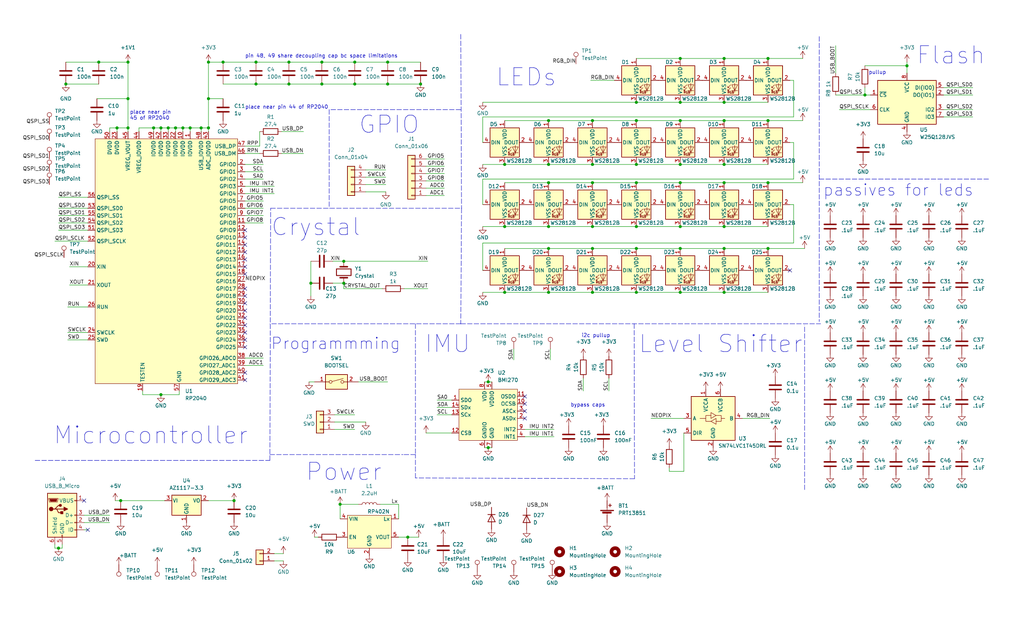
<source format=kicad_sch>
(kicad_sch (version 20211123) (generator eeschema)
  (paper "USLegal")
  (junction (at 44.45 21.59))
  (junction (at 251.46 35.56))
  (junction (at 169.545 155.575))
  (junction (at 175.26 101.6))
  (junction (at 205.74 63.5))
  (junction (at 66.04 44.45))
  (junction (at 300.355 33.02))
  (junction (at 220.98 86.36))
  (junction (at 251.46 63.5))
  (junction (at 220.98 35.56))
  (junction (at 141.605 186.69))
  (junction (at 236.22 78.74))
  (junction (at 81.28 173.99))
  (junction (at 107.95 98.425))
  (junction (at 53.34 44.45))
  (junction (at 190.5 101.6))
  (junction (at 251.46 57.15))
  (junction (at 34.29 21.59))
  (junction (at 190.5 78.74))
  (junction (at 175.26 78.74))
  (junction (at 22.86 29.21))
  (junction (at 69.85 44.45))
  (junction (at 40.64 44.45))
  (junction (at 236.22 20.32))
  (junction (at 205.74 78.74))
  (junction (at 190.5 41.91))
  (junction (at 72.39 21.59))
  (junction (at 169.545 132.715))
  (junction (at 220.98 57.15))
  (junction (at 251.46 41.91))
  (junction (at 236.22 41.91))
  (junction (at 220.98 78.74))
  (junction (at 60.96 44.45))
  (junction (at 134.62 21.59))
  (junction (at 100.33 29.21))
  (junction (at 251.46 78.74))
  (junction (at 236.22 63.5))
  (junction (at 175.26 57.15))
  (junction (at 190.5 57.15))
  (junction (at 205.74 57.15))
  (junction (at 111.76 21.59))
  (junction (at 190.5 86.36))
  (junction (at 119.38 90.805))
  (junction (at 205.74 41.91))
  (junction (at 72.39 34.29))
  (junction (at 236.22 57.15))
  (junction (at 88.9 29.21))
  (junction (at 220.98 63.5))
  (junction (at 55.88 137.16))
  (junction (at 88.9 21.59))
  (junction (at 314.96 22.86))
  (junction (at 236.22 35.56))
  (junction (at 72.39 44.45))
  (junction (at 44.45 34.29))
  (junction (at 123.19 21.59))
  (junction (at 236.22 101.6))
  (junction (at 63.5 44.45))
  (junction (at 44.45 44.45))
  (junction (at 146.05 29.21))
  (junction (at 220.98 41.91))
  (junction (at 123.19 29.21))
  (junction (at 77.47 21.59))
  (junction (at 251.46 101.6))
  (junction (at 251.46 86.36))
  (junction (at 220.98 101.6))
  (junction (at 236.22 86.36))
  (junction (at 20.32 190.5))
  (junction (at 111.76 29.21))
  (junction (at 266.7 41.91))
  (junction (at 55.88 44.45))
  (junction (at 205.74 101.6))
  (junction (at 251.46 20.32))
  (junction (at 190.5 63.5))
  (junction (at 58.42 44.45))
  (junction (at 266.7 20.32))
  (junction (at 41.91 173.99))
  (junction (at 100.33 21.59))
  (junction (at 266.7 63.5))
  (junction (at 119.38 98.425))
  (junction (at 266.7 86.36))
  (junction (at 118.11 175.26))
  (junction (at 205.74 86.36))
  (junction (at 134.62 29.21))
  (no_connect (at 85.09 113.03))
  (no_connect (at 85.09 95.25))
  (no_connect (at 85.09 90.17))
  (no_connect (at 85.09 102.87))
  (no_connect (at 85.09 132.08))
  (no_connect (at 182.245 145.415))
  (no_connect (at 182.245 142.875))
  (no_connect (at 182.245 137.795))
  (no_connect (at 182.245 140.335))
  (no_connect (at 85.09 115.57))
  (no_connect (at 85.09 87.63))
  (no_connect (at 85.09 120.65))
  (no_connect (at 85.09 105.41))
  (no_connect (at 85.09 80.01))
  (no_connect (at 85.09 82.55))
  (no_connect (at 85.09 85.09))
  (no_connect (at 85.09 107.95))
  (no_connect (at 29.21 173.99))
  (no_connect (at 85.09 129.54))
  (no_connect (at 274.32 93.98))
  (no_connect (at 85.09 110.49))
  (no_connect (at 30.48 184.15))
  (no_connect (at 85.09 92.71))
  (no_connect (at 85.09 100.33))
  (no_connect (at 85.09 118.11))
  (wire (pts (xy 291.465 38.1) (xy 302.26 38.1)))
  (wire (pts (xy 119.38 90.805) (xy 148.59 90.805)))
  (wire (pts (xy 138.43 186.69) (xy 141.605 186.69)))
  (wire (pts (xy 29.21 179.07) (xy 38.1 179.07)))
  (wire (pts (xy 169.545 132.715) (xy 170.815 132.715)))
  (wire (pts (xy 127 61.595) (xy 133.985 61.595)))
  (wire (pts (xy 314.96 22.86) (xy 314.96 25.4)))
  (wire (pts (xy 205.74 86.36) (xy 220.98 86.36)))
  (wire (pts (xy 236.22 20.32) (xy 251.46 20.32)))
  (wire (pts (xy 85.09 69.85) (xy 91.44 69.85)))
  (wire (pts (xy 44.45 44.45) (xy 44.45 45.72)))
  (wire (pts (xy 190.5 101.6) (xy 175.26 101.6)))
  (wire (pts (xy 97.79 53.34) (xy 105.41 53.34)))
  (wire (pts (xy 275.59 40.64) (xy 167.64 40.64)))
  (wire (pts (xy 266.7 20.32) (xy 278.765 20.32)))
  (wire (pts (xy 290.195 33.02) (xy 300.355 33.02)))
  (wire (pts (xy 124.46 132.715) (xy 134.62 132.715)))
  (wire (pts (xy 167.64 40.64) (xy 167.64 49.53)))
  (wire (pts (xy 123.19 21.59) (xy 134.62 21.59)))
  (wire (pts (xy 205.74 78.74) (xy 220.98 78.74)))
  (wire (pts (xy 72.39 44.45) (xy 72.39 34.29)))
  (wire (pts (xy 236.22 57.15) (xy 251.46 57.15)))
  (wire (pts (xy 19.05 83.82) (xy 30.48 83.82)))
  (wire (pts (xy 19.05 189.23) (xy 19.05 190.5)))
  (wire (pts (xy 97.79 45.72) (xy 105.41 45.72)))
  (wire (pts (xy 251.46 101.6) (xy 266.7 101.6)))
  (wire (pts (xy 23.495 106.68) (xy 30.48 106.68)))
  (wire (pts (xy 20.32 68.58) (xy 30.48 68.58)))
  (wire (pts (xy 140.335 100.33) (xy 148.59 100.33)))
  (wire (pts (xy 69.85 44.45) (xy 69.85 45.72)))
  (wire (pts (xy 300.355 30.48) (xy 300.355 33.02)))
  (wire (pts (xy 147.955 57.785) (xy 154.305 57.785)))
  (wire (pts (xy 63.5 44.45) (xy 66.04 44.45)))
  (wire (pts (xy 116.205 146.685) (xy 127 146.685)))
  (polyline (pts (xy 279.4 170.18) (xy 279.4 113.03)))
  (wire (pts (xy 275.59 27.94) (xy 275.59 40.64)))
  (wire (pts (xy 127 66.675) (xy 133.985 66.675)))
  (wire (pts (xy 147.955 62.865) (xy 154.305 62.865)))
  (wire (pts (xy 300.355 22.86) (xy 314.96 22.86)))
  (wire (pts (xy 20.32 80.01) (xy 30.48 80.01)))
  (polyline (pts (xy 160.02 112.522) (xy 93.726 112.522)))
  (wire (pts (xy 251.46 86.36) (xy 266.7 86.36)))
  (wire (pts (xy 191.135 121.285) (xy 191.135 125.095)))
  (wire (pts (xy 251.46 41.91) (xy 266.7 41.91)))
  (wire (pts (xy 147.955 150.495) (xy 156.845 150.495)))
  (wire (pts (xy 220.98 41.91) (xy 236.22 41.91)))
  (wire (pts (xy 274.32 27.94) (xy 275.59 27.94)))
  (wire (pts (xy 237.49 163.83) (xy 237.49 150.495)))
  (wire (pts (xy 251.46 20.32) (xy 266.7 20.32)))
  (wire (pts (xy 275.59 49.53) (xy 275.59 62.23)))
  (wire (pts (xy 21.59 189.23) (xy 21.59 190.5)))
  (wire (pts (xy 85.09 74.93) (xy 91.44 74.93)))
  (wire (pts (xy 134.62 29.21) (xy 146.05 29.21)))
  (wire (pts (xy 66.04 44.45) (xy 69.85 44.45)))
  (wire (pts (xy 275.59 84.455) (xy 167.64 84.455)))
  (wire (pts (xy 53.34 44.45) (xy 53.34 45.72)))
  (wire (pts (xy 236.22 86.36) (xy 251.46 86.36)))
  (wire (pts (xy 20.32 72.39) (xy 30.48 72.39)))
  (wire (pts (xy 21.59 190.5) (xy 20.32 190.5)))
  (wire (pts (xy 22.86 29.21) (xy 34.29 29.21)))
  (wire (pts (xy 49.53 135.89) (xy 49.53 137.16)))
  (polyline (pts (xy 220.345 166.37) (xy 144.272 166.116)))
  (wire (pts (xy 175.26 57.15) (xy 190.5 57.15)))
  (wire (pts (xy 167.64 78.74) (xy 175.26 78.74)))
  (polyline (pts (xy 93.726 160.02) (xy 93.98 72.39)))
  (wire (pts (xy 327.66 40.64) (xy 337.82 40.64)))
  (wire (pts (xy 100.33 21.59) (xy 111.76 21.59)))
  (wire (pts (xy 220.98 20.32) (xy 236.22 20.32)))
  (wire (pts (xy 107.95 98.425) (xy 107.95 102.87)))
  (wire (pts (xy 48.26 44.45) (xy 53.34 44.45)))
  (wire (pts (xy 111.76 29.21) (xy 123.19 29.21)))
  (polyline (pts (xy 220.218 112.522) (xy 220.345 166.37)))
  (wire (pts (xy 275.59 62.23) (xy 167.64 62.23)))
  (wire (pts (xy 205.105 27.94) (xy 213.36 27.94)))
  (wire (pts (xy 168.275 132.715) (xy 169.545 132.715)))
  (wire (pts (xy 85.09 50.8) (xy 90.17 50.8)))
  (wire (pts (xy 85.09 59.69) (xy 91.44 59.69)))
  (wire (pts (xy 40.64 44.45) (xy 44.45 44.45)))
  (wire (pts (xy 115.57 90.805) (xy 119.38 90.805)))
  (wire (pts (xy 60.96 44.45) (xy 60.96 45.72)))
  (wire (pts (xy 110.49 186.69) (xy 109.22 186.69)))
  (wire (pts (xy 205.74 57.15) (xy 220.98 57.15)))
  (polyline (pts (xy 160.02 38.1) (xy 114.3 38.1)))
  (wire (pts (xy 190.5 78.74) (xy 205.74 78.74)))
  (wire (pts (xy 85.09 62.23) (xy 91.44 62.23)))
  (polyline (pts (xy 160.274 72.39) (xy 160.02 112.522)))
  (wire (pts (xy 175.26 101.6) (xy 167.64 101.6)))
  (wire (pts (xy 251.46 63.5) (xy 266.7 63.5)))
  (wire (pts (xy 190.5 63.5) (xy 205.74 63.5)))
  (wire (pts (xy 151.765 139.065) (xy 156.845 139.065)))
  (polyline (pts (xy 160.02 11.938) (xy 160.274 72.39)))
  (wire (pts (xy 23.495 118.11) (xy 30.48 118.11)))
  (wire (pts (xy 58.42 44.45) (xy 58.42 45.72)))
  (wire (pts (xy 66.04 44.45) (xy 66.04 45.72)))
  (wire (pts (xy 33.655 34.29) (xy 44.45 34.29)))
  (wire (pts (xy 167.64 57.15) (xy 175.26 57.15)))
  (wire (pts (xy 38.1 44.45) (xy 40.64 44.45)))
  (wire (pts (xy 300.355 33.02) (xy 302.26 33.02)))
  (wire (pts (xy 202.565 131.445) (xy 202.565 135.89)))
  (wire (pts (xy 58.42 44.45) (xy 60.96 44.45)))
  (polyline (pts (xy 93.98 72.39) (xy 160.274 72.39)))
  (wire (pts (xy 190.5 41.91) (xy 205.74 41.91)))
  (wire (pts (xy 48.26 45.72) (xy 48.26 44.45)))
  (polyline (pts (xy 284.48 62.23) (xy 343.408 62.23)))
  (wire (pts (xy 72.39 21.59) (xy 72.39 34.29)))
  (wire (pts (xy 220.98 101.6) (xy 236.22 101.6)))
  (wire (pts (xy 327.66 33.02) (xy 337.82 33.02)))
  (wire (pts (xy 53.34 44.45) (xy 55.88 44.45)))
  (wire (pts (xy 151.765 144.145) (xy 156.845 144.145)))
  (wire (pts (xy 314.96 21.59) (xy 314.96 22.86)))
  (wire (pts (xy 220.98 35.56) (xy 236.22 35.56)))
  (wire (pts (xy 167.64 84.455) (xy 167.64 93.98)))
  (wire (pts (xy 266.7 86.36) (xy 279.4 86.36)))
  (wire (pts (xy 175.26 86.36) (xy 190.5 86.36)))
  (wire (pts (xy 236.22 78.74) (xy 251.46 78.74)))
  (wire (pts (xy 30.48 184.15) (xy 29.21 184.15)))
  (wire (pts (xy 251.46 35.56) (xy 266.7 35.56)))
  (wire (pts (xy 178.435 121.285) (xy 178.435 125.095)))
  (wire (pts (xy 90.17 50.8) (xy 90.17 45.72)))
  (wire (pts (xy 85.09 124.46) (xy 91.44 124.46)))
  (wire (pts (xy 23.495 115.57) (xy 30.48 115.57)))
  (wire (pts (xy 72.39 21.59) (xy 77.47 21.59)))
  (wire (pts (xy 190.5 57.15) (xy 205.74 57.15)))
  (wire (pts (xy 327.66 30.48) (xy 337.82 30.48)))
  (wire (pts (xy 20.32 77.47) (xy 30.48 77.47)))
  (wire (pts (xy 175.26 78.74) (xy 190.5 78.74)))
  (wire (pts (xy 190.5 101.6) (xy 205.74 101.6)))
  (wire (pts (xy 40.005 173.99) (xy 41.91 173.99)))
  (wire (pts (xy 141.605 186.69) (xy 145.415 186.69)))
  (wire (pts (xy 266.7 41.91) (xy 278.765 41.91)))
  (wire (pts (xy 77.47 29.21) (xy 88.9 29.21)))
  (wire (pts (xy 20.32 190.5) (xy 19.05 190.5)))
  (wire (pts (xy 226.06 145.415) (xy 237.49 145.415)))
  (wire (pts (xy 88.9 21.59) (xy 100.33 21.59)))
  (wire (pts (xy 69.85 44.45) (xy 72.39 44.45)))
  (wire (pts (xy 116.205 149.225) (xy 123.19 149.225)))
  (wire (pts (xy 34.29 21.59) (xy 44.45 21.59)))
  (wire (pts (xy 232.41 163.83) (xy 232.41 162.56)))
  (wire (pts (xy 107.315 132.715) (xy 109.22 132.715)))
  (wire (pts (xy 290.195 15.875) (xy 290.195 25.4)))
  (wire (pts (xy 44.45 21.59) (xy 44.45 34.29)))
  (wire (pts (xy 85.09 77.47) (xy 91.44 77.47)))
  (polyline (pts (xy 93.726 157.988) (xy 139.954 157.988)))
  (wire (pts (xy 147.955 65.405) (xy 154.305 65.405)))
  (wire (pts (xy 77.47 21.59) (xy 88.9 21.59)))
  (wire (pts (xy 38.1 45.72) (xy 38.1 44.45)))
  (wire (pts (xy 49.53 137.16) (xy 55.88 137.16)))
  (wire (pts (xy 182.245 151.765) (xy 192.405 151.765)))
  (wire (pts (xy 236.22 101.6) (xy 251.46 101.6)))
  (wire (pts (xy 147.955 55.245) (xy 154.305 55.245)))
  (wire (pts (xy 190.5 86.36) (xy 205.74 86.36)))
  (wire (pts (xy 134.62 21.59) (xy 146.05 21.59)))
  (wire (pts (xy 220.98 57.15) (xy 236.22 57.15)))
  (wire (pts (xy 116.205 144.145) (xy 123.19 144.145)))
  (wire (pts (xy 85.09 64.77) (xy 95.25 64.77)))
  (polyline (pts (xy 114.3 38.1) (xy 114.3 72.39)))
  (polyline (pts (xy 284.48 12.7) (xy 284.48 111.76)))
  (wire (pts (xy 55.88 137.16) (xy 62.23 137.16)))
  (wire (pts (xy 85.09 57.15) (xy 91.44 57.15)))
  (wire (pts (xy 107.95 90.805) (xy 107.95 98.425)))
  (wire (pts (xy 123.19 29.21) (xy 134.62 29.21)))
  (wire (pts (xy 63.5 44.45) (xy 63.5 45.72)))
  (wire (pts (xy 85.09 127) (xy 91.44 127)))
  (wire (pts (xy 205.74 63.5) (xy 220.98 63.5)))
  (wire (pts (xy 138.43 180.34) (xy 138.43 175.26)))
  (wire (pts (xy 220.98 63.5) (xy 236.22 63.5)))
  (wire (pts (xy 236.22 63.5) (xy 251.46 63.5)))
  (wire (pts (xy 275.59 84.455) (xy 275.59 71.12)))
  (wire (pts (xy 40.64 44.45) (xy 40.64 45.72)))
  (wire (pts (xy 168.275 155.575) (xy 169.545 155.575)))
  (wire (pts (xy 151.765 141.605) (xy 156.845 141.605)))
  (wire (pts (xy 133.985 59.055) (xy 127 59.055)))
  (wire (pts (xy 24.13 92.71) (xy 30.48 92.71)))
  (polyline (pts (xy 160.02 112.522) (xy 284.988 112.522)))
  (wire (pts (xy 175.26 63.5) (xy 190.5 63.5)))
  (wire (pts (xy 119.38 100.33) (xy 132.715 100.33)))
  (wire (pts (xy 72.39 44.45) (xy 72.39 45.72)))
  (wire (pts (xy 85.09 53.34) (xy 90.17 53.34)))
  (wire (pts (xy 275.59 71.12) (xy 274.32 71.12)))
  (wire (pts (xy 72.39 173.99) (xy 81.28 173.99)))
  (wire (pts (xy 257.81 145.415) (xy 267.335 145.415)))
  (polyline (pts (xy 144.272 112.522) (xy 144.272 157.988)))
  (wire (pts (xy 266.7 63.5) (xy 278.765 63.5)))
  (wire (pts (xy 72.39 34.29) (xy 77.47 34.29)))
  (wire (pts (xy 167.64 62.23) (xy 167.64 71.12)))
  (wire (pts (xy 111.76 21.59) (xy 123.19 21.59)))
  (polyline (pts (xy 144.272 157.988) (xy 139.954 157.988)))
  (wire (pts (xy 169.545 155.575) (xy 170.815 155.575)))
  (wire (pts (xy 232.41 163.83) (xy 237.49 163.83)))
  (polyline (pts (xy 12.192 160.02) (xy 93.726 160.02)))
  (wire (pts (xy 205.74 41.91) (xy 220.98 41.91)))
  (wire (pts (xy 29.21 181.61) (xy 38.1 181.61)))
  (wire (pts (xy 55.88 44.45) (xy 55.88 45.72)))
  (wire (pts (xy 175.26 41.91) (xy 190.5 41.91)))
  (wire (pts (xy 220.98 78.74) (xy 236.22 78.74)))
  (wire (pts (xy 88.9 29.21) (xy 100.33 29.21)))
  (wire (pts (xy 220.98 86.36) (xy 236.22 86.36)))
  (wire (pts (xy 211.455 131.445) (xy 211.455 135.89)))
  (polyline (pts (xy 144.272 166.116) (xy 144.272 157.988)))
  (wire (pts (xy 24.13 99.06) (xy 30.48 99.06)))
  (wire (pts (xy 119.38 100.33) (xy 119.38 98.425)))
  (wire (pts (xy 95.25 194.945) (xy 98.425 194.945)))
  (wire (pts (xy 22.86 21.59) (xy 34.29 21.59)))
  (wire (pts (xy 327.66 38.1) (xy 337.82 38.1)))
  (wire (pts (xy 251.46 57.15) (xy 266.7 57.15)))
  (wire (pts (xy 167.64 35.56) (xy 220.98 35.56)))
  (wire (pts (xy 55.88 44.45) (xy 58.42 44.45)))
  (wire (pts (xy 118.11 175.26) (xy 118.11 180.34)))
  (wire (pts (xy 85.09 67.31) (xy 95.25 67.31)))
  (wire (pts (xy 62.23 137.16) (xy 62.23 135.89)))
  (wire (pts (xy 251.46 78.74) (xy 266.7 78.74)))
  (wire (pts (xy 41.91 173.99) (xy 57.15 173.99)))
  (wire (pts (xy 182.245 149.225) (xy 192.405 149.225)))
  (wire (pts (xy 138.43 175.26) (xy 132.08 175.26)))
  (wire (pts (xy 85.09 72.39) (xy 91.44 72.39)))
  (wire (pts (xy 115.57 98.425) (xy 119.38 98.425)))
  (wire (pts (xy 44.45 34.29) (xy 44.45 44.45)))
  (wire (pts (xy 147.955 60.325) (xy 154.305 60.325)))
  (wire (pts (xy 124.46 175.26) (xy 118.11 175.26)))
  (wire (pts (xy 274.32 49.53) (xy 275.59 49.53)))
  (wire (pts (xy 100.33 29.21) (xy 111.76 29.21)))
  (wire (pts (xy 60.96 44.45) (xy 63.5 44.45)))
  (wire (pts (xy 147.955 67.945) (xy 154.305 67.945)))
  (wire (pts (xy 20.32 74.93) (xy 30.48 74.93)))
  (wire (pts (xy 236.22 41.91) (xy 251.46 41.91)))
  (wire (pts (xy 95.25 192.405) (xy 98.425 192.405)))
  (wire (pts (xy 205.74 101.6) (xy 220.98 101.6)))
  (wire (pts (xy 236.22 35.56) (xy 251.46 35.56)))
  (wire (pts (xy 127 64.135) (xy 133.985 64.135)))
  (text "pullup" (at 301.625 26.035 0) (effects (font (size 1.27 1.27)) (justify left bottom)))
  (text "LEDs\n" (at 172.085 30.48 0) (effects (font (size 6 6)) (justify left bottom)))
  (text "Power\n" (at 106.045 167.64 0) (effects (font (size 6 6)) (justify left bottom)))
  (text "Crystal" (at 93.98 82.55 0) (effects (font (size 6 6)) (justify left bottom)))
  (text "bypass caps" (at 198.12 141.605 0) (effects (font (size 1.27 1.27)) (justify left bottom)))
  (text "Programmming" (at 93.98 121.92 0) (effects (font (size 4 4)) (justify left bottom)))
  (text "i2c pullup\n" (at 201.93 117.475 0) (effects (font (size 1.27 1.27)) (justify left bottom)))
  (text "place near pin \n45 of RP2040\n" (at 45.085 41.91 0) (effects (font (size 1.27 1.27)) (justify left bottom)))
  (text "Level Shifter" (at 221.615 123.19 0) (effects (font (size 6 6)) (justify left bottom)))
  (text "Flash" (at 318.135 22.86 0) (effects (font (size 6 6)) (justify left bottom)))
  (text "GPIO\n" (at 124.46 46.99 0) (effects (font (size 6 6)) (justify left bottom)))
  (text "place near pin 44 of RP2040\n" (at 85.09 38.1 0) (effects (font (size 1.27 1.27)) (justify left bottom)))
  (text "pin 48, 49 share decoupling cap bc space limitations" (at 85.09 20.32 0) (effects (font (size 1.27 1.27)) (justify left bottom)))
  (text "IMU" (at 147.32 123.19 0) (effects (font (size 6 6)) (justify left bottom)))
  (text "Microcontroller\n" (at 18.415 154.94 0) (effects (font (size 6 6)) (justify left bottom)))
  (text "passives for leds" (at 285.75 68.58 0) (effects (font (size 4 4)) (justify left bottom)))
  (label "RGB_DIN" (at 205.105 27.94 0))
  (label "SDA" (at 91.44 57.15 180))
  (label "XIN" (at 24.13 92.71 0))
  (label "SWCLK" (at 133.985 61.595 180))
  (label "QSPI_SS" (at 20.32 68.58 0))
  (label "IMU INT2" (at 95.25 64.77 180))
  (label "QSPI_SS" (at 291.465 33.02 0))
  (label "XIN" (at 148.59 90.805 180))
  (label "GPIO6" (at 91.44 72.39 180))
  (label "RGB_DIN" (at 267.335 145.415 180))
  (label "GPIO5" (at 91.44 69.85 180))
  (label "QSPI_SD1" (at 20.32 74.93 0))
  (label "CRYSTAL_OUT" (at 119.38 100.33 0))
  (label "USB_DN" (at 105.41 53.34 180))
  (label "GPIO8" (at 91.44 77.47 180))
  (label "QSPI_SD3" (at 337.82 40.64 180))
  (label "ADC1" (at 154.305 67.945 180))
  (label "GPIO5" (at 154.305 55.245 180))
  (label "SWCLK" (at 123.19 144.145 180))
  (label "SA0" (at 151.765 139.065 0))
  (label "SCL" (at 91.44 59.69 180))
  (label "USB_DP" (at 105.41 45.72 180))
  (label "USB_DN" (at 182.88 176.53 0))
  (label "GPIO7" (at 91.44 74.93 180))
  (label "QSPI_SCLK" (at 19.05 83.82 0))
  (label "QSPI_SD3" (at 20.32 80.01 0))
  (label "QSPI_SD1" (at 17.145 55.245 180))
  (label "IMU INT1" (at 95.25 67.31 180))
  (label "ADC0" (at 154.305 65.405 180))
  (label "QSPI_SD2" (at 337.82 38.1 180))
  (label "QSPI_SD3" (at 17.145 64.135 180))
  (label "SDA" (at 151.765 141.605 0))
  (label "QSPI_SS" (at 17.145 43.18 180))
  (label "USB_BOOT" (at 290.195 15.875 270))
  (label "USB_BOOT" (at 134.62 132.715 180))
  (label "SCL" (at 191.135 125.095 90))
  (label "RPN" (at 85.725 53.34 0))
  (label "XOUT" (at 24.13 99.06 0))
  (label "RUN" (at 23.495 106.68 0))
  (label "SWD" (at 133.985 64.135 180))
  (label "USB_DN" (at 38.1 181.61 180))
  (label "IMU INT1" (at 192.405 151.765 180))
  (label "SWCLK" (at 23.495 115.57 0))
  (label "QSPI_SD1" (at 337.82 33.02 180))
  (label "SWD" (at 123.19 149.225 180))
  (label "QSPI_SD0" (at 337.82 30.48 180))
  (label "XOUT" (at 148.59 100.33 180))
  (label "GPIO6" (at 154.305 57.785 180))
  (label "Lx" (at 135.89 175.26 0))
  (label "GPIO8" (at 154.305 62.865 180))
  (label "QSPI_SCLK" (at 22.225 89.535 180))
  (label "QSPI_SD2" (at 17.145 59.69 180))
  (label "XIN" (at 118.11 90.805 180))
  (label "SDA" (at 202.565 135.89 90))
  (label "SDA" (at 178.435 125.095 90))
  (label "USB_DP" (at 170.688 176.276 180))
  (label "RPP" (at 85.725 50.8 0))
  (label "QSPI_SD0" (at 20.32 72.39 0))
  (label "SWD" (at 23.495 118.11 0))
  (label "ADC0" (at 91.44 124.46 180))
  (label "IMU INT2" (at 192.405 149.225 180))
  (label "SCL" (at 151.765 144.145 0))
  (label "QSPI_SD2" (at 20.32 77.47 0))
  (label "RUN" (at 133.985 59.055 180))
  (label "GPIO7" (at 154.305 60.325 180))
  (label "NEOPIX" (at 85.09 97.79 0))
  (label "NEOPIX" (at 226.06 145.415 0))
  (label "SA0" (at 91.44 62.23 180))
  (label "RGB_DIN" (at 200.025 22.225 180))
  (label "SCL" (at 211.455 135.89 90))
  (label "QSPI_SCLK" (at 291.465 38.1 0))
  (label "USB_DP" (at 38.1 179.07 180))
  (label "ADC1" (at 91.44 127 180))
  (label "QSPI_SD0" (at 17.145 48.895 180))
  (symbol (lib_id "Switch:SW_DIP_x01") (at 116.84 132.715 0) (unit 1)
    (property "Reference" "SW1" (at 116.84 124.46 0))
    (property "Value" "BOOTSEL" (at 116.84 127 0))
    (property "Footprint" "Buttons:PTS636 6.0x3.5 Button" (effects hide))
  )
  (symbol (lib_id "power:GND") (at 334.01 82.55 0) (unit 1)
    (property "Reference" "#PWR055" (effects hide))
    (property "Value" "GND" (at 334.01 86.36 0))
  )
  (symbol (lib_id "power:GND") (at 322.58 143.51 0) (unit 1)
    (property "Reference" "#PWR084" (effects hide))
    (property "Value" "GND" (at 322.58 147.32 0))
  )
  (symbol (lib_id "LED:WS2812B") (at 266.7 27.94 0) (unit 1)
    (property "Reference" "D4" (at 262.89 21.59 0))
    (property "Value" "WS2812B" (at 271.78 34.29 0))
    (property "Footprint" "LED_SMD:LED_WS2812B_PLCC4_5.0x5.0mm_P3.2mm" (effects hide))
    (property "Datasheet" "https://cdn-shop.adafruit.com/datasheets/WS2812B.pdf" (effects hide))
  )
  (symbol (lib_id "Connector:TestPoint") (at 17.145 55.245 0) (unit 1)
    (property "Reference" "TP4" (at 19.05 50.6729 0) (effects (justify left)))
    (property "Value" "TestPoint" (at 19.05 53.2129 0) (effects (justify left)))
    (property "Footprint" "TestPoint:TestPoint_Pad_1.0x1.0mm" (effects hide))
  )
  (symbol (lib_id "power:+5V") (at 322.58 157.48 0) (unit 1)
    (property "Reference" "#PWR089" (effects hide))
    (property "Value" "+5V" (at 322.58 153.67 0))
  )
  (symbol (lib_id "Device:C") (at 134.62 25.4 0) (unit 1)
    (property "Reference" "C8" (at 138.43 24.1299 0) (effects (justify left)))
    (property "Value" "100n" (at 138.43 26.6699 0) (effects (justify left)))
    (property "Footprint" "Capacitor_SMD:C_0603_1608Metric" (effects hide))
  )
  (symbol (lib_id "power:+BATT") (at 210.82 173.99 0) (unit 1)
    (property "Reference" "#PWR0103" (effects hide))
    (property "Value" "+BATT" (at 210.185 169.545 0))
  )
  (symbol (lib_id "Device:C") (at 311.15 78.74 180) (unit 1)
    (property "Reference" "C25" (at 314.96 77.4699 0) (effects (justify right)))
    (property "Value" ".1uF" (at 314.96 80.0099 0) (effects (justify right)))
    (property "Footprint" "Capacitor_SMD:C_0603_1608Metric_Pad1.08x0.95mm_HandSolder" (effects hide))
  )
  (symbol (lib_id "power:GND") (at 127 146.685 0) (unit 1)
    (property "Reference" "#PWR026" (effects hide))
    (property "Value" "GND" (at 127 150.495 0))
  )
  (symbol (lib_id "power:GND") (at 247.65 155.575 0) (unit 1)
    (property "Reference" "#PWR035" (effects hide))
    (property "Value" "GND" (at 247.65 159.385 0))
  )
  (symbol (lib_id "Device:Crystal") (at 119.38 94.615 90) (unit 1)
    (property "Reference" "Y1" (at 123.19 93.3449 90) (effects (justify right)))
    (property "Value" "Crystal" (at 123.19 95.8849 90) (effects (justify right)))
    (property "Footprint" "Crystal:Crystal_SMD_HC49-SD" (effects hide))
    (property "Datasheet" "https://www.digikey.com/en/products/detail/abracon-llc/ABLS2-12-000MHZ-D4Y-T/2001236" (effects hide))
  )
  (symbol (lib_id "Connector:TestPoint") (at 17.145 64.135 0) (unit 1)
    (property "Reference" "TP6" (at 19.05 59.5629 0) (effects (justify left)))
    (property "Value" "TestPoint" (at 19.05 62.1029 0) (effects (justify left)))
    (property "Footprint" "TestPoint:TestPoint_Pad_1.0x1.0mm" (effects hide))
  )
  (symbol (lib_id "Device:C") (at 299.72 139.7 180) (unit 1)
    (property "Reference" "C39" (at 303.53 138.4299 0) (effects (justify right)))
    (property "Value" ".1uF" (at 303.53 140.9699 0) (effects (justify right)))
    (property "Footprint" "Capacitor_SMD:C_0603_1608Metric_Pad1.08x0.95mm_HandSolder" (effects hide))
  )
  (symbol (lib_id "power:GND") (at 299.72 123.19 0) (unit 1)
    (property "Reference" "#PWR072" (effects hide))
    (property "Value" "GND" (at 299.72 127 0))
  )
  (symbol (lib_id "power:GND") (at 334.01 102.87 0) (unit 1)
    (property "Reference" "#PWR065" (effects hide))
    (property "Value" "GND" (at 334.01 106.68 0))
  )
  (symbol (lib_id "LED:WS2812B") (at 236.22 93.98 0) (unit 1)
    (property "Reference" "D23" (at 232.41 87.63 0))
    (property "Value" "WS2812B" (at 241.3 100.33 0))
    (property "Footprint" "LED_SMD:LED_WS2812B_PLCC4_5.0x5.0mm_P3.2mm" (effects hide))
    (property "Datasheet" "https://cdn-shop.adafruit.com/datasheets/WS2812B.pdf" (effects hide))
  )
  (symbol (lib_id "LED:WS2812B") (at 236.22 27.94 0) (unit 1)
    (property "Reference" "D2" (at 232.41 21.59 0))
    (property "Value" "WS2812B" (at 241.3 34.29 0))
    (property "Footprint" "LED_SMD:LED_WS2812B_PLCC4_5.0x5.0mm_P3.2mm" (effects hide))
    (property "Datasheet" "https://cdn-shop.adafruit.com/datasheets/WS2812B.pdf" (effects hide))
  )
  (symbol (lib_id "power:GND") (at 167.64 57.15 0) (unit 1)
    (property "Reference" "#PWR010" (effects hide))
    (property "Value" "GND" (at 167.64 60.96 0))
  )
  (symbol (lib_id "LED:WS2812B") (at 205.74 93.98 0) (unit 1)
    (property "Reference" "D21" (at 201.93 87.63 0))
    (property "Value" "WS2812B" (at 210.82 100.33 0))
    (property "Footprint" "LED_SMD:LED_WS2812B_PLCC4_5.0x5.0mm_P3.2mm" (effects hide))
    (property "Datasheet" "https://cdn-shop.adafruit.com/datasheets/WS2812B.pdf" (effects hide))
  )
  (symbol (lib_id "Connector:TestPoint") (at 17.145 43.18 0) (unit 1)
    (property "Reference" "TP2" (at 19.05 38.6079 0) (effects (justify left)))
    (property "Value" "TestPoint" (at 19.05 41.1479 0) (effects (justify left)))
    (property "Footprint" "TestPoint:TestPoint_Pad_1.0x1.0mm" (effects hide))
  )
  (symbol (lib_id "power:+3V3") (at 67.31 196.215 0) (unit 1)
    (property "Reference" "#PWR0117" (effects hide))
    (property "Value" "+3V3" (at 67.31 191.135 0))
  )
  (symbol (lib_id "Logic_LevelTranslator:SN74LVC1T45DRL") (at 247.65 145.415 0) (unit 1)
    (property "Reference" "U3" (at 257.81 152.4 0))
    (property "Value" "SN74LVC1T45DRL" (at 257.81 154.94 0))
    (property "Footprint" "Package_TO_SOT_SMD:SOT-563" (effects hide))
    (property "Datasheet" "http://www.ti.com/lit/ds/symlink/sn74lvc1t45.pdf" (effects hide))
  )
  (symbol (lib_id "LED:WS2812B") (at 190.5 71.12 0) (unit 1)
    (property "Reference" "D13" (at 186.69 64.77 0))
    (property "Value" "WS2812B" (at 195.58 77.47 0))
    (property "Footprint" "LED_SMD:LED_WS2812B_PLCC4_5.0x5.0mm_P3.2mm" (effects hide))
    (property "Datasheet" "https://cdn-shop.adafruit.com/datasheets/WS2812B.pdf" (effects hide))
  )
  (symbol (lib_id "power:GND") (at 311.15 165.1 0) (unit 1)
    (property "Reference" "#PWR093" (effects hide))
    (property "Value" "GND" (at 311.15 168.91 0))
  )
  (symbol (lib_id "power:+5V") (at 334.01 74.93 0) (unit 1)
    (property "Reference" "#PWR050" (effects hide))
    (property "Value" "+5V" (at 334.01 71.12 0))
  )
  (symbol (lib_id "Device:C") (at 288.29 119.38 180) (unit 1)
    (property "Reference" "C33" (at 292.1 118.1099 0) (effects (justify right)))
    (property "Value" ".1uF" (at 292.1 120.6499 0) (effects (justify right)))
    (property "Footprint" "Capacitor_SMD:C_0603_1608Metric_Pad1.08x0.95mm_HandSolder" (effects hide))
  )
  (symbol (lib_id "power:+BATT") (at 153.924 186.69 0) (unit 1)
    (property "Reference" "#PWR0113" (effects hide))
    (property "Value" "+BATT" (at 153.289 182.245 0))
  )
  (symbol (lib_id "power:+5V") (at 288.29 95.25 0) (unit 1)
    (property "Reference" "#PWR056" (effects hide))
    (property "Value" "+5V" (at 288.29 91.44 0))
  )
  (symbol (lib_id "power:GND") (at 269.24 138.43 0) (unit 1)
    (property "Reference" "#PWR025" (effects hide))
    (property "Value" "GND" (at 269.24 142.24 0))
  )
  (symbol (lib_id "LED:WS2812B") (at 205.74 49.53 0) (unit 1)
    (property "Reference" "D7" (at 201.93 43.18 0))
    (property "Value" "WS2812B" (at 210.82 55.88 0))
    (property "Footprint" "LED_SMD:LED_WS2812B_PLCC4_5.0x5.0mm_P3.2mm" (effects hide))
    (property "Datasheet" "https://cdn-shop.adafruit.com/datasheets/WS2812B.pdf" (effects hide))
  )
  (symbol (lib_id "power:GND") (at 311.15 82.55 0) (unit 1)
    (property "Reference" "#PWR053" (effects hide))
    (property "Value" "GND" (at 311.15 86.36 0))
  )
  (symbol (lib_id "power:+5V") (at 299.72 74.93 0) (unit 1)
    (property "Reference" "#PWR047" (effects hide))
    (property "Value" "+5V" (at 299.72 71.12 0))
  )
  (symbol (lib_id "power:+3V3") (at 269.24 130.81 0) (unit 1)
    (property "Reference" "#PWR019" (effects hide))
    (property "Value" "+3V3" (at 268.605 127 0))
  )
  (symbol (lib_id "power:+5V") (at 109.22 186.69 0) (unit 1)
    (property "Reference" "#PWR0111" (effects hide))
    (property "Value" "+5V" (at 109.22 182.88 0))
  )
  (symbol (lib_id "Device:C") (at 334.01 78.74 180) (unit 1)
    (property "Reference" "C27" (at 337.82 77.4699 0) (effects (justify right)))
    (property "Value" ".1uF" (at 337.82 80.0099 0) (effects (justify right)))
    (property "Footprint" "Capacitor_SMD:C_0603_1608Metric_Pad1.08x0.95mm_HandSolder" (effects hide))
  )
  (symbol (lib_id "Mechanical:MountingHole") (at 213.614 191.77 0) (unit 1)
    (property "Reference" "H2" (at 216.916 190.4999 0) (effects (justify left)))
    (property "Value" "MountingHole" (at 216.916 193.0399 0) (effects (justify left)))
    (property "Footprint" "MountingHole:MountingHole_2.1mm" (effects hide))
  )
  (symbol (lib_id "Device:C") (at 322.58 99.06 180) (unit 1)
    (property "Reference" "C31" (at 326.39 97.7899 0) (effects (justify right)))
    (property "Value" ".1uF" (at 326.39 100.3299 0) (effects (justify right)))
    (property "Footprint" "Capacitor_SMD:C_0603_1608Metric_Pad1.08x0.95mm_HandSolder" (effects hide))
  )
  (symbol (lib_id "Device:R") (at 290.195 29.21 180) (unit 1)
    (property "Reference" "R8" (at 287.655 32.385 90))
    (property "Value" "1k" (at 287.655 29.21 90))
    (property "Footprint" "Resistor_SMD:R_0603_1608Metric" (effects hide))
  )
  (symbol (lib_id "power:GND") (at 334.01 165.1 0) (unit 1)
    (property "Reference" "#PWR095" (effects hide))
    (property "Value" "GND" (at 334.01 168.91 0))
  )
  (symbol (lib_id "power:+5V") (at 311.15 135.89 0) (unit 1)
    (property "Reference" "#PWR078" (effects hide))
    (property "Value" "+5V" (at 311.15 132.08 0))
  )
  (symbol (lib_id "power:GND") (at 22.86 29.21 0) (unit 1)
    (property "Reference" "#PWR04" (effects hide))
    (property "Value" "GND" (at 22.86 34.29 0))
  )
  (symbol (lib_id "power:GND") (at 191.77 198.755 0) (unit 1)
    (property "Reference" "#PWR0120" (effects hide))
    (property "Value" "GND" (at 191.77 202.565 0))
  )
  (symbol (lib_id "Mechanical:MountingHole") (at 194.31 198.628 0) (unit 1)
    (property "Reference" "H3" (at 197.612 197.3579 0) (effects (justify left)))
    (property "Value" "MountingHole" (at 197.612 199.8979 0) (effects (justify left)))
    (property "Footprint" "MountingHole:MountingHole_2.1mm" (effects hide))
  )
  (symbol (lib_id "Device:C") (at 311.15 139.7 180) (unit 1)
    (property "Reference" "C40" (at 314.96 138.4299 0) (effects (justify right)))
    (property "Value" ".1uF" (at 314.96 140.9699 0) (effects (justify right)))
    (property "Footprint" "Capacitor_SMD:C_0603_1608Metric_Pad1.08x0.95mm_HandSolder" (effects hide))
  )
  (symbol (lib_id "LED:WS2812B") (at 175.26 71.12 0) (unit 1)
    (property "Reference" "D12" (at 171.45 64.77 0))
    (property "Value" "WS2812B" (at 180.34 77.47 0))
    (property "Footprint" "LED_SMD:LED_WS2812B_PLCC4_5.0x5.0mm_P3.2mm" (effects hide))
    (property "Datasheet" "https://cdn-shop.adafruit.com/datasheets/WS2812B.pdf" (effects hide))
  )
  (symbol (lib_id "LED:WS2812B") (at 220.98 27.94 0) (unit 1)
    (property "Reference" "D1" (at 217.17 21.59 0))
    (property "Value" "WS2812B" (at 226.06 34.29 0))
    (property "Footprint" "LED_SMD:LED_WS2812B_PLCC4_5.0x5.0mm_P3.2mm" (effects hide))
    (property "Datasheet" "https://cdn-shop.adafruit.com/datasheets/WS2812B.pdf" (effects hide))
  )
  (symbol (lib_id "Device:R") (at 202.565 127.635 180) (unit 1)
    (property "Reference" "R4" (at 197.485 127.635 90))
    (property "Value" "10k" (at 200.025 127.635 90))
    (property "Footprint" "Resistor_SMD:R_0603_1608Metric" (effects hide))
  )
  (symbol (lib_id "LED:WS2812B") (at 251.46 93.98 0) (unit 1)
    (property "Reference" "D24" (at 247.65 87.63 0))
    (property "Value" "WS2812B" (at 256.54 100.33 0))
    (property "Footprint" "LED_SMD:LED_WS2812B_PLCC4_5.0x5.0mm_P3.2mm" (effects hide))
    (property "Datasheet" "https://cdn-shop.adafruit.com/datasheets/WS2812B.pdf" (effects hide))
  )
  (symbol (lib_id "power:GND") (at 64.77 181.61 0) (unit 1)
    (property "Reference" "#PWR042" (effects hide))
    (property "Value" "GND" (at 64.77 185.42 0))
  )
  (symbol (lib_id "Device:C") (at 100.33 25.4 0) (unit 1)
    (property "Reference" "C5" (at 104.14 24.1299 0) (effects (justify left)))
    (property "Value" "100n" (at 104.14 26.6699 0) (effects (justify left)))
    (property "Footprint" "Capacitor_SMD:C_0603_1608Metric" (effects hide))
  )
  (symbol (lib_id "Device:C") (at 299.72 78.74 180) (unit 1)
    (property "Reference" "C24" (at 303.53 77.4699 0) (effects (justify right)))
    (property "Value" ".1uF" (at 303.53 80.0099 0) (effects (justify right)))
    (property "Footprint" "Capacitor_SMD:C_0603_1608Metric_Pad1.08x0.95mm_HandSolder" (effects hide))
  )
  (symbol (lib_id "power:GND") (at 182.88 184.15 0) (unit 1)
    (property "Reference" "#PWR0105" (effects hide))
    (property "Value" "GND" (at 182.88 187.96 0))
  )
  (symbol (lib_id "Device:C") (at 334.01 119.38 180) (unit 1)
    (property "Reference" "C37" (at 337.82 118.1099 0) (effects (justify right)))
    (property "Value" ".1uF" (at 337.82 120.6499 0) (effects (justify right)))
    (property "Footprint" "Capacitor_SMD:C_0603_1608Metric_Pad1.08x0.95mm_HandSolder" (effects hide))
  )
  (symbol (lib_id "power:GND") (at 299.72 165.1 0) (unit 1)
    (property "Reference" "#PWR092" (effects hide))
    (property "Value" "GND" (at 299.72 168.91 0))
  )
  (symbol (lib_id "LED:WS2812B") (at 236.22 49.53 0) (unit 1)
    (property "Reference" "D9" (at 232.41 43.18 0))
    (property "Value" "WS2812B" (at 241.3 55.88 0))
    (property "Footprint" "LED_SMD:LED_WS2812B_PLCC4_5.0x5.0mm_P3.2mm" (effects hide))
    (property "Datasheet" "https://cdn-shop.adafruit.com/datasheets/WS2812B.pdf" (effects hide))
  )
  (symbol (lib_id "power:GND") (at 322.58 123.19 0) (unit 1)
    (property "Reference" "#PWR074" (effects hide))
    (property "Value" "GND" (at 322.58 127 0))
  )
  (symbol (lib_id "power:GND") (at 299.72 143.51 0) (unit 1)
    (property "Reference" "#PWR082" (effects hide))
    (property "Value" "GND" (at 299.72 147.32 0))
  )
  (symbol (lib_id "power:+5V") (at 322.58 95.25 0) (unit 1)
    (property "Reference" "#PWR059" (effects hide))
    (property "Value" "+5V" (at 322.58 91.44 0))
  )
  (symbol (lib_id "Device:R") (at 211.455 127.635 180) (unit 1)
    (property "Reference" "R5" (at 206.375 127.635 90))
    (property "Value" "10k" (at 208.915 127.635 90))
    (property "Footprint" "Resistor_SMD:R_0603_1608Metric" (effects hide))
  )
  (symbol (lib_id "Device:C") (at 334.01 161.29 180) (unit 1)
    (property "Reference" "C47" (at 337.82 160.0199 0) (effects (justify right)))
    (property "Value" ".1uF" (at 337.82 162.5599 0) (effects (justify right)))
    (property "Footprint" "Capacitor_SMD:C_0603_1608Metric_Pad1.08x0.95mm_HandSolder" (effects hide))
  )
  (symbol (lib_id "power:GND") (at 322.58 102.87 0) (unit 1)
    (property "Reference" "#PWR064" (effects hide))
    (property "Value" "GND" (at 322.58 106.68 0))
  )
  (symbol (lib_id "Mechanical:MountingHole") (at 194.31 191.77 0) (unit 1)
    (property "Reference" "H1" (at 197.612 190.4999 0) (effects (justify left)))
    (property "Value" "MountingHole" (at 197.612 193.0399 0) (effects (justify left)))
    (property "Footprint" "MountingHole:MountingHole_2.1mm" (effects hide))
  )
  (symbol (lib_id "Connector:TestPoint") (at 17.145 59.69 0) (unit 1)
    (property "Reference" "TP5" (at 19.05 55.1179 0) (effects (justify left)))
    (property "Value" "TestPoint" (at 19.05 57.6579 0) (effects (justify left)))
    (property "Footprint" "TestPoint:TestPoint_Pad_1.0x1.0mm" (effects hide))
  )
  (symbol (lib_id "power:GND") (at 311.15 123.19 0) (unit 1)
    (property "Reference" "#PWR073" (effects hide))
    (property "Value" "GND" (at 311.15 127 0))
  )
  (symbol (lib_id "power:+5V") (at 278.765 63.5 0) (unit 1)
    (property "Reference" "#PWR011" (effects hide))
    (property "Value" "+5V" (at 278.765 59.69 0))
  )
  (symbol (lib_id "Connector:TestPoint") (at 54.61 196.215 180) (unit 1)
    (property "Reference" "TP11" (at 57.15 198.2469 0) (effects (justify right)))
    (property "Value" "TestPoint" (at 57.15 200.7869 0) (effects (justify right)))
    (property "Footprint" "TestPoint:TestPoint_Pad_1.0x1.0mm" (effects hide))
  )
  (symbol (lib_id "power:+5V") (at 322.58 74.93 0) (unit 1)
    (property "Reference" "#PWR049" (effects hide))
    (property "Value" "+5V" (at 322.58 71.12 0))
  )
  (symbol (lib_id "power:GND") (at 299.72 102.87 0) (unit 1)
    (property "Reference" "#PWR062" (effects hide))
    (property "Value" "GND" (at 299.72 106.68 0))
  )
  (symbol (lib_id "Device:R") (at 136.525 100.33 90) (unit 1)
    (property "Reference" "R3" (at 136.525 95.25 90))
    (property "Value" "1k" (at 136.525 97.79 90))
    (property "Footprint" "Resistor_SMD:R_0603_1608Metric" (effects hide))
  )
  (symbol (lib_id "Device:C") (at 288.29 161.29 180) (unit 1)
    (property "Reference" "C43" (at 292.1 160.0199 0) (effects (justify right)))
    (property "Value" ".1uF" (at 292.1 162.5599 0) (effects (justify right)))
    (property "Footprint" "Capacitor_SMD:C_0603_1608Metric_Pad1.08x0.95mm_HandSolder" (effects hide))
  )
  (symbol (lib_id "Mechanical:MountingHole") (at 213.614 198.628 0) (unit 1)
    (property "Reference" "H4" (at 216.916 197.3579 0) (effects (justify left)))
    (property "Value" "MountingHole" (at 216.916 199.8979 0) (effects (justify left)))
    (property "Footprint" "MountingHole:MountingHole_2.1mm" (effects hide))
  )
  (symbol (lib_id "power:+3V3") (at 314.96 21.59 0) (unit 1)
    (property "Reference" "#PWR037" (effects hide))
    (property "Value" "+3V3" (at 314.96 16.51 0))
  )
  (symbol (lib_id "Device:R") (at 232.41 158.75 180) (unit 1)
    (property "Reference" "R6" (at 227.33 158.75 90))
    (property "Value" "10k" (at 229.87 158.75 90))
    (property "Footprint" "Resistor_SMD:R_0603_1608Metric" (effects hide))
  )
  (symbol (lib_id "power:+5V") (at 145.415 186.69 0) (unit 1)
    (property "Reference" "#PWR0104" (effects hide))
    (property "Value" "+5V" (at 145.415 182.88 0))
  )
  (symbol (lib_id "Connector:USB_B_Micro") (at 21.59 179.07 0) (unit 1)
    (property "Reference" "J4" (at 21.59 166.37 0))
    (property "Value" "USB_B_Micro" (at 21.59 168.91 0))
    (property "Footprint" "Connectors:Amphenol_MicroB_10118193" (effects hide))
    (property "Datasheet" "https://www.digikey.com/en/products/detail/amphenol-cs-fci/10118193-0001LF/2785388" (effects hide))
  )
  (symbol (lib_id "power:+5V") (at 250.19 135.255 0) (unit 1)
    (property "Reference" "#PWR023" (effects hide))
    (property "Value" "+5V" (at 250.19 130.175 0))
  )
  (symbol (lib_id "power:GND") (at 107.95 102.87 0) (unit 1)
    (property "Reference" "#PWR016" (effects hide))
    (property "Value" "GND" (at 107.95 106.68 0))
  )
  (symbol (lib_id "power:GND") (at 81.28 181.61 0) (unit 1)
    (property "Reference" "#PWR043" (effects hide))
    (property "Value" "GND" (at 81.28 185.42 0))
  )
  (symbol (lib_id "Device:C") (at 269.24 154.305 0) (unit 1)
    (property "Reference" "C17" (at 273.05 153.0349 0) (effects (justify left)))
    (property "Value" "0.1u" (at 273.05 155.5749 0) (effects (justify left)))
    (property "Footprint" "Capacitor_SMD:C_0603_1608Metric" (effects hide))
  )
  (symbol (lib_id "power:GND") (at 334.01 143.51 0) (unit 1)
    (property "Reference" "#PWR085" (effects hide))
    (property "Value" "GND" (at 334.01 147.32 0))
  )
  (symbol (lib_id "Connector:TestPoint") (at 41.275 196.215 180) (unit 1)
    (property "Reference" "TP10" (at 43.815 198.2469 0) (effects (justify right)))
    (property "Value" "TestPoint" (at 43.815 200.7869 0) (effects (justify right)))
    (property "Footprint" "TestPoint:TestPoint_Pad_1.0x1.0mm" (effects hide))
  )
  (symbol (lib_id "power:+BATT") (at 41.275 196.215 0) (unit 1)
    (property "Reference" "#PWR0116" (effects hide))
    (property "Value" "+BATT" (at 44.45 193.04 0))
  )
  (symbol (lib_id "Device:C") (at 77.47 38.1 0) (unit 1)
    (property "Reference" "C11" (at 81.28 36.8299 0) (effects (justify left)))
    (property "Value" "1u" (at 81.28 39.3699 0) (effects (justify left)))
    (property "Footprint" "Capacitor_SMD:C_0603_1608Metric_Pad1.08x0.95mm_HandSolder" (effects hide))
  )
  (symbol (lib_id "Raspberry Pi:RP2040") (at 57.15 92.71 0) (unit 1)
    (property "Reference" "U1" (at 64.2494 135.89 0) (effects (justify left)))
    (property "Value" "RP2040" (at 64.2494 138.43 0) (effects (justify left)))
    (property "Footprint" "Raspberry Pi:QFN-56_EP_7.75x7.75_Pitch0.4mm" (effects hide))
    (property "Datasheet" "https://datasheets.raspberrypi.com/rp2040/rp2040-datasheet.pdf" (effects hide))
    (property "Hardware Guide" "https://datasheets.raspberrypi.com/rp2040/hardware-design-with-rp2040.pdf" (effects hide))
  )
  (symbol (lib_id "power:+5V") (at 288.29 135.89 0) (unit 1)
    (property "Reference" "#PWR076" (effects hide))
    (property "Value" "+5V" (at 288.29 132.08 0))
  )
  (symbol (lib_id "power:GND") (at 322.58 165.1 0) (unit 1)
    (property "Reference" "#PWR094" (effects hide))
    (property "Value" "GND" (at 322.58 168.91 0))
  )
  (symbol (lib_id "power:+3V3") (at 211.455 123.825 0) (unit 1)
    (property "Reference" "#PWR018" (effects hide))
    (property "Value" "+3V3" (at 211.455 118.745 0))
  )
  (symbol (lib_id "power:+5V") (at 288.29 74.93 0) (unit 1)
    (property "Reference" "#PWR046" (effects hide))
    (property "Value" "+5V" (at 288.29 71.12 0))
  )
  (symbol (lib_id "Device:C") (at 77.47 25.4 0) (unit 1)
    (property "Reference" "C3" (at 81.28 24.1299 0) (effects (justify left)))
    (property "Value" "100n" (at 81.28 26.6699 0) (effects (justify left)))
    (property "Footprint" "Capacitor_SMD:C_0603_1608Metric_Pad1.08x0.95mm_HandSolder" (effects hide))
  )
  (symbol (lib_id "LED:WS2812B") (at 236.22 71.12 0) (unit 1)
    (property "Reference" "D16" (at 232.41 64.77 0))
    (property "Value" "WS2812B" (at 241.3 77.47 0))
    (property "Footprint" "LED_SMD:LED_WS2812B_PLCC4_5.0x5.0mm_P3.2mm" (effects hide))
    (property "Datasheet" "https://cdn-shop.adafruit.com/datasheets/WS2812B.pdf" (effects hide))
  )
  (symbol (lib_id "Device:R") (at 93.98 53.34 90) (unit 1)
    (property "Reference" "R2" (at 93.98 48.26 90))
    (property "Value" "27.4" (at 93.98 50.8 90))
    (property "Footprint" "Resistor_SMD:R_0603_1608Metric" (effects hide))
  )
  (symbol (lib_id "power:+3V3") (at 299.72 48.26 0) (unit 1)
    (property "Reference" "#PWR0112" (effects hide))
    (property "Value" "+3V3" (at 299.72 43.18 0))
  )
  (symbol (lib_id "Device:C") (at 334.01 99.06 180) (unit 1)
    (property "Reference" "C32" (at 337.82 97.7899 0) (effects (justify right)))
    (property "Value" ".1uF" (at 337.82 100.3299 0) (effects (justify right)))
    (property "Footprint" "Capacitor_SMD:C_0603_1608Metric_Pad1.08x0.95mm_HandSolder" (effects hide))
  )
  (symbol (lib_id "power:+5V") (at 278.765 41.91 0) (unit 1)
    (property "Reference" "#PWR09" (effects hide))
    (property "Value" "+5V" (at 278.765 38.1 0))
  )
  (symbol (lib_id "Device:C") (at 111.76 90.805 270) (unit 1)
    (property "Reference" "C12" (at 111.76 84.455 90))
    (property "Value" "27p" (at 111.76 86.995 90))
    (property "Footprint" "Capacitor_SMD:C_0603_1608Metric" (effects hide))
  )
  (symbol (lib_id "Device:C") (at 299.72 52.07 0) (unit 1)
    (property "Reference" "C18" (at 303.53 50.7999 0) (effects (justify left)))
    (property "Value" "10u" (at 303.53 53.3399 0) (effects (justify left)))
    (property "Footprint" "Capacitor_SMD:C_0603_1608Metric" (effects hide))
  )
  (symbol (lib_id "Device:C") (at 322.58 139.7 180) (unit 1)
    (property "Reference" "C41" (at 326.39 138.4299 0) (effects (justify right)))
    (property "Value" ".1uF" (at 326.39 140.9699 0) (effects (justify right)))
    (property "Footprint" "Capacitor_SMD:C_0603_1608Metric_Pad1.08x0.95mm_HandSolder" (effects hide))
  )
  (symbol (lib_id "LED:WS2812B") (at 266.7 71.12 0) (unit 1)
    (property "Reference" "D18" (at 262.89 64.77 0))
    (property "Value" "WS2812B" (at 271.78 77.47 0))
    (property "Footprint" "LED_SMD:LED_WS2812B_PLCC4_5.0x5.0mm_P3.2mm" (effects hide))
    (property "Datasheet" "https://cdn-shop.adafruit.com/datasheets/WS2812B.pdf" (effects hide))
  )
  (symbol (lib_id "power:GND") (at 170.688 183.896 0) (unit 1)
    (property "Reference" "#PWR0106" (effects hide))
    (property "Value" "GND" (at 170.688 187.706 0))
  )
  (symbol (lib_id "LED:WS2812B") (at 251.46 49.53 0) (unit 1)
    (property "Reference" "D10" (at 247.65 43.18 0))
    (property "Value" "WS2812B" (at 256.54 55.88 0))
    (property "Footprint" "LED_SMD:LED_WS2812B_PLCC4_5.0x5.0mm_P3.2mm" (effects hide))
    (property "Datasheet" "https://cdn-shop.adafruit.com/datasheets/WS2812B.pdf" (effects hide))
  )
  (symbol (lib_id "LED:WS2812B") (at 220.98 71.12 0) (unit 1)
    (property "Reference" "D15" (at 217.17 64.77 0))
    (property "Value" "WS2812B" (at 226.06 77.47 0))
    (property "Footprint" "LED_SMD:LED_WS2812B_PLCC4_5.0x5.0mm_P3.2mm" (effects hide))
    (property "Datasheet" "https://cdn-shop.adafruit.com/datasheets/WS2812B.pdf" (effects hide))
  )
  (symbol (lib_id "LED:WS2812B") (at 190.5 93.98 0) (unit 1)
    (property "Reference" "D20" (at 186.69 87.63 0))
    (property "Value" "WS2812B" (at 195.58 100.33 0))
    (property "Footprint" "LED_SMD:LED_WS2812B_PLCC4_5.0x5.0mm_P3.2mm" (effects hide))
    (property "Datasheet" "https://cdn-shop.adafruit.com/datasheets/WS2812B.pdf" (effects hide))
  )
  (symbol (lib_id "Connector_Generic:Conn_01x04") (at 121.92 64.135 180) (unit 1)
    (property "Reference" "J2" (at 121.92 52.07 0))
    (property "Value" "Conn_01x04" (at 121.92 54.61 0))
    (property "Footprint" "Connector_PinHeader_2.54mm:PinHeader_1x04_P2.54mm_Vertical" (effects hide))
  )
  (symbol (lib_id "Device:C") (at 197.485 151.765 180) (unit 1)
    (property "Reference" "C15" (at 201.295 150.4949 0) (effects (justify right)))
    (property "Value" "100nF" (at 201.295 153.0349 0) (effects (justify right)))
    (property "Footprint" "Capacitor_SMD:C_0603_1608Metric" (effects hide))
  )
  (symbol (lib_id "Device:C") (at 288.29 139.7 180) (unit 1)
    (property "Reference" "C38" (at 292.1 138.4299 0) (effects (justify right)))
    (property "Value" ".1uF" (at 292.1 140.9699 0) (effects (justify right)))
    (property "Footprint" "Capacitor_SMD:C_0603_1608Metric_Pad1.08x0.95mm_HandSolder" (effects hide))
  )
  (symbol (lib_id "Device:C") (at 22.86 25.4 0) (unit 1)
    (property "Reference" "C1" (at 26.67 24.1299 0) (effects (justify left)))
    (property "Value" "100n" (at 26.67 26.6699 0) (effects (justify left)))
    (property "Footprint" "Capacitor_SMD:C_0603_1608Metric_Pad1.08x0.95mm_HandSolder" (effects hide))
  )
  (symbol (lib_id "power:+3V3") (at 147.955 150.495 0) (unit 1)
    (property "Reference" "#PWR029" (effects hide))
    (property "Value" "+3V3" (at 147.955 145.415 0))
  )
  (symbol (lib_id "power:+3V3") (at 202.565 123.825 0) (unit 1)
    (property "Reference" "#PWR017" (effects hide))
    (property "Value" "+3V3" (at 202.565 118.745 0))
  )
  (symbol (lib_id "power:GND") (at 334.01 123.19 0) (unit 1)
    (property "Reference" "#PWR075" (effects hide))
    (property "Value" "GND" (at 334.01 127 0))
  )
  (symbol (lib_id "Device:C") (at 311.15 99.06 180) (unit 1)
    (property "Reference" "C30" (at 314.96 97.7899 0) (effects (justify right)))
    (property "Value" ".1uF" (at 314.96 100.3299 0) (effects (justify right)))
    (property "Footprint" "Capacitor_SMD:C_0603_1608Metric_Pad1.08x0.95mm_HandSolder" (effects hide))
  )
  (symbol (lib_id "power:GND") (at 128.27 193.04 0) (unit 1)
    (property "Reference" "#PWR0108" (effects hide))
    (property "Value" "GND" (at 128.27 196.85 0))
  )
  (symbol (lib_id "power:+5V") (at 278.765 20.32 0) (unit 1)
    (property "Reference" "#PWR01" (effects hide))
    (property "Value" "+5V" (at 278.765 16.51 0))
  )
  (symbol (lib_id "power:GND") (at 169.545 155.575 0) (unit 1)
    (property "Reference" "#PWR032" (effects hide))
    (property "Value" "GND" (at 169.545 159.385 0))
  )
  (symbol (lib_id "Connector:TestPoint") (at 17.145 48.895 0) (unit 1)
    (property "Reference" "TP3" (at 19.05 44.3229 0) (effects (justify left)))
    (property "Value" "TestPoint" (at 19.05 46.8629 0) (effects (justify left)))
    (property "Footprint" "TestPoint:TestPoint_Pad_1.0x1.0mm" (effects hide))
  )
  (symbol (lib_id "Inertial Measurement Units (IMU):BMI270") (at 164.465 135.255 0) (unit 1)
    (property "Reference" "U2" (at 172.8344 129.54 0) (effects (justify left)))
    (property "Value" "BMI270" (at 172.8344 132.08 0) (effects (justify left)))
    (property "Footprint" "Package_LGA:Bosch_LGA-14_3x2.5mm_P0.5mm" (effects hide))
  )
  (symbol (lib_id "power:GND") (at 288.29 165.1 0) (unit 1)
    (property "Reference" "#PWR091" (effects hide))
    (property "Value" "GND" (at 288.29 168.91 0))
  )
  (symbol (lib_id "power:+3V3") (at 72.39 21.59 0) (unit 1)
    (property "Reference" "#PWR03" (effects hide))
    (property "Value" "+3V3" (at 72.39 16.51 0))
  )
  (symbol (lib_id "power:+5V") (at 322.58 115.57 0) (unit 1)
    (property "Reference" "#PWR069" (effects hide))
    (property "Value" "+5V" (at 322.58 111.76 0))
  )
  (symbol (lib_id "power:GND") (at 133.985 66.675 0) (mirror y) (unit 1)
    (property "Reference" "#PWR012" (effects hide))
    (property "Value" "GND" (at 133.985 71.12 0))
  )
  (symbol (lib_id "LED:WS2812B") (at 251.46 27.94 0) (unit 1)
    (property "Reference" "D3" (at 247.65 21.59 0))
    (property "Value" "WS2812B" (at 256.54 34.29 0))
    (property "Footprint" "LED_SMD:LED_WS2812B_PLCC4_5.0x5.0mm_P3.2mm" (effects hide))
    (property "Datasheet" "https://cdn-shop.adafruit.com/datasheets/WS2812B.pdf" (effects hide))
  )
  (symbol (lib_id "power:GND") (at 288.29 82.55 0) (unit 1)
    (property "Reference" "#PWR051" (effects hide))
    (property "Value" "GND" (at 288.29 86.36 0))
  )
  (symbol (lib_id "power:+5V") (at 311.15 115.57 0) (unit 1)
    (property "Reference" "#PWR068" (effects hide))
    (property "Value" "+5V" (at 311.15 111.76 0))
  )
  (symbol (lib_id "power:GND") (at 33.655 41.91 0) (unit 1)
    (property "Reference" "#PWR07" (effects hide))
    (property "Value" "GND" (at 33.655 45.72 0))
  )
  (symbol (lib_id "Device:R") (at 114.3 186.69 270) (unit 1)
    (property "Reference" "R9" (at 114.3 191.77 90))
    (property "Value" "10k" (at 114.3 189.23 90))
    (property "Footprint" "Resistor_SMD:R_0603_1608Metric" (effects hide))
  )
  (symbol (lib_id "power:+5V") (at 279.4 86.36 0) (unit 1)
    (property "Reference" "#PWR014" (effects hide))
    (property "Value" "+5V" (at 279.4 82.55 0))
  )
  (symbol (lib_id "Device:C") (at 269.24 134.62 180) (unit 1)
    (property "Reference" "C14" (at 273.05 133.3499 0) (effects (justify right)))
    (property "Value" "0.1u" (at 273.05 135.8899 0) (effects (justify right)))
    (property "Footprint" "Capacitor_SMD:C_0603_1608Metric" (effects hide))
  )
  (symbol (lib_id "Device:C") (at 322.58 161.29 180) (unit 1)
    (property "Reference" "C46" (at 326.39 160.0199 0) (effects (justify right)))
    (property "Value" ".1uF" (at 326.39 162.5599 0) (effects (justify right)))
    (property "Footprint" "Capacitor_SMD:C_0603_1608Metric_Pad1.08x0.95mm_HandSolder" (effects hide))
  )
  (symbol (lib_id "power:+3V3") (at 232.41 154.94 0) (unit 1)
    (property "Reference" "#PWR031" (effects hide))
    (property "Value" "+3V3" (at 232.41 149.86 0))
  )
  (symbol (lib_id "Device:C") (at 111.76 98.425 270) (unit 1)
    (property "Reference" "C13" (at 114.935 100.33 90))
    (property "Value" "27p" (at 114.935 102.87 90))
    (property "Footprint" "Capacitor_SMD:C_0603_1608Metric" (effects hide))
  )
  (symbol (lib_id "Device:D") (at 182.88 180.34 270) (unit 1)
    (property "Reference" "D27" (at 185.166 179.0699 90) (effects (justify left)))
    (property "Value" "D" (at 185.166 181.6099 90) (effects (justify left)))
    (property "Footprint" "Diode_SMD:D_0603_1608Metric_Pad1.05x0.95mm_HandSolder" (effects hide))
  )
  (symbol (lib_id "power:GND") (at 314.96 45.72 0) (unit 1)
    (property "Reference" "#PWR045" (effects hide))
    (property "Value" "GND" (at 314.96 49.53 0))
  )
  (symbol (lib_id "Device:C") (at 41.91 177.8 0) (unit 1)
    (property "Reference" "C19" (at 45.72 176.5299 0) (effects (justify left)))
    (property "Value" "10u" (at 45.72 179.0699 0) (effects (justify left)))
    (property "Footprint" "Capacitor_SMD:C_0603_1608Metric" (effects hide))
  )
  (symbol (lib_id "Device:D") (at 170.688 180.086 270) (unit 1)
    (property "Reference" "D26" (at 172.974 178.8159 90) (effects (justify left)))
    (property "Value" "D" (at 172.974 181.3559 90) (effects (justify left)))
    (property "Footprint" "Diode_SMD:D_0603_1608Metric_Pad1.05x0.95mm_HandSolder" (effects hide))
  )
  (symbol (lib_id "power:GND") (at 299.72 55.88 0) (unit 1)
    (property "Reference" "#PWR040" (effects hide))
    (property "Value" "GND" (at 299.72 59.69 0))
  )
  (symbol (lib_id "power:GND") (at 311.15 102.87 0) (unit 1)
    (property "Reference" "#PWR063" (effects hide))
    (property "Value" "GND" (at 311.15 106.68 0))
  )
  (symbol (lib_id "power:GND") (at 288.29 123.19 0) (unit 1)
    (property "Reference" "#PWR071" (effects hide))
    (property "Value" "GND" (at 288.29 127 0))
  )
  (symbol (lib_id "Device:C") (at 123.19 25.4 0) (unit 1)
    (property "Reference" "C7" (at 127 24.1299 0) (effects (justify left)))
    (property "Value" "100n" (at 127 26.6699 0) (effects (justify left)))
    (property "Footprint" "Capacitor_SMD:C_0603_1608Metric" (effects hide))
  )
  (symbol (lib_id "power:+5V") (at 269.24 150.495 0) (unit 1)
    (property "Reference" "#PWR030" (effects hide))
    (property "Value" "+5V" (at 269.24 146.685 0))
  )
  (symbol (lib_id "Device:C") (at 299.72 161.29 180) (unit 1)
    (property "Reference" "C44" (at 303.53 160.0199 0) (effects (justify right)))
    (property "Value" ".1uF" (at 303.53 162.5599 0) (effects (justify right)))
    (property "Footprint" "Capacitor_SMD:C_0603_1608Metric_Pad1.08x0.95mm_HandSolder" (effects hide))
  )
  (symbol (lib_id "LED:WS2812B") (at 220.98 49.53 0) (unit 1)
    (property "Reference" "D8" (at 217.17 43.18 0))
    (property "Value" "WS2812B" (at 226.06 55.88 0))
    (property "Footprint" "LED_SMD:LED_WS2812B_PLCC4_5.0x5.0mm_P3.2mm" (effects hide))
    (property "Datasheet" "https://cdn-shop.adafruit.com/datasheets/WS2812B.pdf" (effects hide))
  )
  (symbol (lib_id "power:+5V") (at 299.72 135.89 0) (unit 1)
    (property "Reference" "#PWR077" (effects hide))
    (property "Value" "+5V" (at 299.72 132.08 0))
  )
  (symbol (lib_id "Connector:TestPoint") (at 178.435 121.285 0) (unit 1)
    (property "Reference" "TP8" (at 175.895 119.2531 0) (effects (justify right)))
    (property "Value" "TestPoint" (at 175.895 116.7131 0) (effects (justify right)))
    (property "Footprint" "TestPoint:TestPoint_Pad_1.0x1.0mm" (effects hide))
  )
  (symbol (lib_id "power:+5V") (at 299.72 115.57 0) (unit 1)
    (property "Reference" "#PWR067" (effects hide))
    (property "Value" "+5V" (at 299.72 111.76 0))
  )
  (symbol (lib_id "Device:L") (at 128.27 175.26 90) (unit 1)
    (property "Reference" "L1" (at 128.27 168.91 90))
    (property "Value" "2.2uH" (at 128.27 171.45 90))
    (property "Footprint" "Buttons:Inductor_NRS5024T2R2NMGJ" (effects hide))
  )
  (symbol (lib_id "Device:C") (at 146.05 25.4 0) (unit 1)
    (property "Reference" "C9" (at 149.86 24.1299 0) (effects (justify left)))
    (property "Value" "100n" (at 149.86 26.6699 0) (effects (justify left)))
    (property "Footprint" "Capacitor_SMD:C_0603_1608Metric_Pad1.08x0.95mm_HandSolder" (effects hide))
  )
  (symbol (lib_id "power:+5V") (at 98.425 192.405 0) (unit 1)
    (property "Reference" "#PWR0101" (effects hide))
    (property "Value" "+5V" (at 98.425 187.325 0))
  )
  (symbol (lib_id "power:GND") (at 107.315 132.715 0) (unit 1)
    (property "Reference" "#PWR020" (effects hide))
    (property "Value" "GND" (at 107.315 136.525 0))
  )
  (symbol (lib_id "power:GND") (at 146.05 29.21 0) (unit 1)
    (property "Reference" "#PWR05" (effects hide))
    (property "Value" "GND" (at 146.05 33.02 0))
  )
  (symbol (lib_id "power:GND") (at 209.55 155.575 0) (unit 1)
    (property "Reference" "#PWR034" (effects hide))
    (property "Value" "GND" (at 209.55 159.385 0))
  )
  (symbol (lib_id "Device:R") (at 300.355 26.67 180) (unit 1)
    (property "Reference" "R7" (at 295.275 26.67 90))
    (property "Value" "10k" (at 297.815 26.67 90))
    (property "Footprint" "Resistor_SMD:R_0603_1608Metric" (effects hide))
  )
  (symbol (lib_id "power:GND") (at 98.425 194.945 0) (unit 1)
    (property "Reference" "#PWR0102" (effects hide))
    (property "Value" "GND" (at 98.425 198.755 0))
  )
  (symbol (lib_id "power:+5V") (at 40.005 173.99 0) (unit 1)
    (property "Reference" "#PWR038" (effects hide))
    (property "Value" "+5V" (at 40.005 168.91 0))
  )
  (symbol (lib_id "Device:C") (at 288.29 99.06 180) (unit 1)
    (property "Reference" "C28" (at 292.1 100.3299 0) (effects (justify right)))
    (property "Value" ".1uF" (at 292.1 102.8699 0) (effects (justify right)))
    (property "Footprint" "Capacitor_SMD:C_0603_1608Metric_Pad1.08x0.95mm_HandSolder" (effects hide))
  )
  (symbol (lib_id "power:GND") (at 153.924 194.31 0) (unit 1)
    (property "Reference" "#PWR0114" (effects hide))
    (property "Value" "GND" (at 153.924 198.12 0))
  )
  (symbol (lib_id "power:+5V") (at 311.15 74.93 0) (unit 1)
    (property "Reference" "#PWR048" (effects hide))
    (property "Value" "+5V" (at 311.15 71.12 0))
  )
  (symbol (lib_id "power:GND") (at 41.91 181.61 0) (unit 1)
    (property "Reference" "#PWR041" (effects hide))
    (property "Value" "GND" (at 41.91 185.42 0))
  )
  (symbol (lib_id "power:+3V3") (at 209.55 147.955 0) (unit 1)
    (property "Reference" "#PWR028" (effects hide))
    (property "Value" "+3V3" (at 208.915 144.145 0))
  )
  (symbol (lib_id "JFHPower:RP402N") (at 128.27 179.07 0) (unit 1)
    (property "Reference" "U6" (at 121.92 191.77 0))
    (property "Value" "RP402N" (at 131.445 177.8 0))
    (property "Footprint" "Package_TO_SOT_SMD:SOT-23-5_HandSoldering" (effects hide))
    (property "Datasheet" "https://www.nisshinbo-microdevices.co.jp/en/pdf/datasheet/rp402-ea.pdf" (effects hide))
  )
  (symbol (lib_id "Connector_Generic:Conn_01x03") (at 111.125 146.685 180) (unit 1)
    (property "Reference" "J3" (at 107.315 144.78 0))
    (property "Value" "SWD" (at 107.315 147.32 0))
    (property "Footprint" "Connector_PinHeader_2.54mm:PinHeader_1x03_P2.54mm_Vertical" (effects hide))
  )
  (symbol (lib_id "power:+3V3") (at 81.28 173.99 0) (unit 1)
    (property "Reference" "#PWR039" (effects hide))
    (property "Value" "+3V3" (at 81.28 168.91 0))
  )
  (symbol (lib_id "Connector:TestPoint") (at 165.735 198.755 0) (unit 1)
    (property "Reference" "TP13" (at 163.195 196.7231 0) (effects (justify right)))
    (property "Value" "TestPoint" (at 163.195 194.1831 0) (effects (justify right)))
    (property "Footprint" "TestPoint:TestPoint_Pad_1.0x1.0mm" (effects hide))
  )
  (symbol (lib_id "power:+BATT") (at 118.11 175.26 0) (unit 1)
    (property "Reference" "#PWR0107" (effects hide))
    (property "Value" "+BATT" (at 117.475 170.815 0))
  )
  (symbol (lib_id "LED:WS2812B") (at 266.7 49.53 0) (unit 1)
    (property "Reference" "D11" (at 262.89 43.18 0))
    (property "Value" "WS2812B" (at 271.78 55.88 0))
    (property "Footprint" "LED_SMD:LED_WS2812B_PLCC4_5.0x5.0mm_P3.2mm" (effects hide))
    (property "Datasheet" "https://cdn-shop.adafruit.com/datasheets/WS2812B.pdf" (effects hide))
  )
  (symbol (lib_id "power:GND") (at 167.64 101.6 0) (unit 1)
    (property "Reference" "#PWR015" (effects hide))
    (property "Value" "GND" (at 167.64 105.41 0))
  )
  (symbol (lib_id "power:GND") (at 178.435 198.755 0) (unit 1)
    (property "Reference" "#PWR0118" (effects hide))
    (property "Value" "GND" (at 178.435 202.565 0))
  )
  (symbol (lib_id "Device:Battery_Cell") (at 210.82 179.07 0) (unit 1)
    (property "Reference" "BT1" (at 214.63 175.7679 0) (effects (justify left)))
    (property "Value" "PRT13851" (at 214.63 178.3079 0) (effects (justify left)))
    (property "Footprint" "Battery:BatteryHolder_Keystone_2468_2xAAA" (effects hide))
  )
  (symbol (lib_id "power:GND") (at 288.29 102.87 0) (unit 1)
    (property "Reference" "#PWR061" (effects hide))
    (property "Value" "GND" (at 288.29 106.68 0))
  )
  (symbol (lib_id "Device:C") (at 322.58 78.74 180) (unit 1)
    (property "Reference" "C26" (at 326.39 77.4699 0) (effects (justify right)))
    (property "Value" ".1uF" (at 326.39 80.0099 0) (effects (justify right)))
    (property "Footprint" "Capacitor_SMD:C_0603_1608Metric_Pad1.08x0.95mm_HandSolder" (effects hide))
  )
  (symbol (lib_id "Memory_Flash:W25Q128JVS") (at 314.96 35.56 0) (unit 1)
    (property "Reference" "U5" (at 319.405 45.085 0) (effects (justify left)))
    (property "Value" "W25Q128JVS" (at 319.405 47.625 0) (effects (justify left)))
    (property "Footprint" "Package_SO:SOIC-8_5.23x5.23mm_P1.27mm" (effects hide))
    (property "Datasheet" "https://www.digikey.com/en/products/detail/winbond-electronics/W25Q128JVSIM-TR/6819722" (effects hide))
  )
  (symbol (lib_id "Device:C") (at 288.29 78.74 180) (unit 1)
    (property "Reference" "C23" (at 292.1 77.4699 0) (effects (justify right)))
    (property "Value" ".1uF" (at 292.1 80.0099 0) (effects (justify right)))
    (property "Footprint" "Capacitor_SMD:C_0603_1608Metric_Pad1.08x0.95mm_HandSolder" (effects hide))
  )
  (symbol (lib_id "LED:WS2812B") (at 220.98 93.98 0) (unit 1)
    (property "Reference" "D22" (at 217.17 87.63 0))
    (property "Value" "WS2812B" (at 226.06 100.33 0))
    (property "Footprint" "LED_SMD:LED_WS2812B_PLCC4_5.0x5.0mm_P3.2mm" (effects hide))
    (property "Datasheet" "https://cdn-shop.adafruit.com/datasheets/WS2812B.pdf" (effects hide))
  )
  (symbol (lib_id "Device:C") (at 153.924 190.5 180) (unit 1)
    (property "Reference" "C22" (at 157.099 189.2299 0) (effects (justify right)))
    (property "Value" "10uF" (at 157.099 191.7699 0) (effects (justify right)))
    (property "Footprint" "Capacitor_SMD:C_0603_1608Metric" (effects hide))
  )
  (symbol (lib_id "Connector:TestPoint") (at 191.135 121.285 0) (unit 1)
    (property "Reference" "TP9" (at 188.595 119.2531 0) (effects (justify right)))
    (property "Value" "TestPoint" (at 188.595 116.7131 0) (effects (justify right)))
    (property "Footprint" "TestPoint:TestPoint_Pad_1.0x1.0mm" (effects hide))
  )
  (symbol (lib_id "Device:C") (at 311.15 161.29 180) (unit 1)
    (property "Reference" "C45" (at 314.96 160.0199 0) (effects (justify right)))
    (property "Value" ".1uF" (at 314.96 162.5599 0) (effects (justify right)))
    (property "Footprint" "Capacitor_SMD:C_0603_1608Metric_Pad1.08x0.95mm_HandSolder" (effects hide))
  )
  (symbol (lib_id "power:+5V") (at 334.01 135.89 0) (unit 1)
    (property "Reference" "#PWR080" (effects hide))
    (property "Value" "+5V" (at 334.01 132.08 0))
  )
  (symbol (lib_id "power:+3V3") (at 245.11 135.255 0) (unit 1)
    (property "Reference" "#PWR022" (effects hide))
    (property "Value" "+3V3" (at 245.11 130.175 0))
  )
  (symbol (lib_id "power:+5V") (at 54.61 196.215 0) (unit 1)
    (property "Reference" "#PWR0115" (effects hide))
    (property "Value" "+5V" (at 54.61 191.135 0))
  )
  (symbol (lib_id "power:GND") (at 141.605 194.31 0) (unit 1)
    (property "Reference" "#PWR0109" (effects hide))
    (property "Value" "GND" (at 141.605 198.12 0))
  )
  (symbol (lib_id "Device:C") (at 311.15 119.38 180) (unit 1)
    (property "Reference" "C35" (at 314.96 118.1099 0) (effects (justify right)))
    (property "Value" ".1uF" (at 314.96 120.6499 0) (effects (justify right)))
    (property "Footprint" "Capacitor_SMD:C_0603_1608Metric_Pad1.08x0.95mm_HandSolder" (effects hide))
  )
  (symbol (lib_id "LED:WS2812B") (at 266.7 93.98 0) (unit 1)
    (property "Reference" "D25" (at 262.89 87.63 0))
    (property "Value" "WS2812B" (at 271.78 100.33 0))
    (property "Footprint" "LED_SMD:LED_WS2812B_PLCC4_5.0x5.0mm_P3.2mm" (effects hide))
    (property "Datasheet" "https://cdn-shop.adafruit.com/datasheets/WS2812B.pdf" (effects hide))
  )
  (symbol (lib_id "Device:C") (at 33.655 38.1 0) (unit 1)
    (property "Reference" "C10" (at 37.465 36.8299 0) (effects (justify left)))
    (property "Value" "1u" (at 37.465 39.3699 0) (effects (justify left)))
    (property "Footprint" "Capacitor_SMD:C_0603_1608Metric" (effects hide))
  )
  (symbol (lib_id "power:GND") (at 311.15 143.51 0) (unit 1)
    (property "Reference" "#PWR083" (effects hide))
    (property "Value" "GND" (at 311.15 147.32 0))
  )
  (symbol (lib_id "Connector_Generic:Conn_01x06") (at 142.875 62.865 180) (unit 1)
    (property "Reference" "J1" (at 142.875 48.26 0))
    (property "Value" "Conn_01x06" (at 142.875 50.8 0))
    (property "Footprint" "Connector_PinHeader_2.54mm:PinHeader_1x06_P2.54mm_Vertical" (effects hide))
  )
  (symbol (lib_id "power:GND") (at 20.32 190.5 0) (unit 1)
    (property "Reference" "#PWR044" (effects hide))
    (property "Value" "GND" (at 20.32 194.31 0))
  )
  (symbol (lib_id "power:+1V1") (at 44.45 21.59 0) (mirror y) (unit 1)
    (property "Reference" "#PWR02" (effects hide))
    (property "Value" "+1V1" (at 44.45 16.51 0))
  )
  (symbol (lib_id "Device:C") (at 111.76 25.4 0) (unit 1)
    (property "Reference" "C6" (at 115.57 24.1299 0) (effects (justify left)))
    (property "Value" "100n" (at 115.57 26.6699 0) (effects (justify left)))
    (property "Footprint" "Capacitor_SMD:C_0603_1608Metric" (effects hide))
  )
  (symbol (lib_id "power:+5V") (at 311.15 157.48 0) (unit 1)
    (property "Reference" "#PWR088" (effects hide))
    (property "Value" "+5V" (at 311.15 153.67 0))
  )
  (symbol (lib_id "Connector_Generic:Conn_01x02") (at 90.17 194.945 180) (unit 1)
    (property "Reference" "J5" (at 81.915 192.405 0))
    (property "Value" "Conn_01x02" (at 81.915 194.945 0))
    (property "Footprint" "Connector_PinHeader_2.54mm:PinHeader_1x02_P2.54mm_Vertical" (effects hide))
  )
  (symbol (lib_id "Connector:TestPoint") (at 178.435 198.755 0) (unit 1)
    (property "Reference" "TP14" (at 175.895 196.7231 0) (effects (justify right)))
    (property "Value" "TestPoint" (at 175.895 194.1831 0) (effects (justify right)))
    (property "Footprint" "TestPoint:TestPoint_Pad_1.0x1.0mm" (effects hide))
  )
  (symbol (lib_id "power:+5V") (at 299.72 157.48 0) (unit 1)
    (property "Reference" "#PWR087" (effects hide))
    (property "Value" "+5V" (at 299.72 153.67 0))
  )
  (symbol (lib_id "power:+5V") (at 288.29 115.57 0) (unit 1)
    (property "Reference" "#PWR066" (effects hide))
    (property "Value" "+5V" (at 288.29 111.76 0))
  )
  (symbol (lib_id "power:GND") (at 322.58 82.55 0) (unit 1)
    (property "Reference" "#PWR054" (effects hide))
    (property "Value" "GND" (at 322.58 86.36 0))
  )
  (symbol (lib_id "power:GND") (at 165.735 198.755 0) (unit 1)
    (property "Reference" "#PWR0119" (effects hide))
    (property "Value" "GND" (at 165.735 202.565 0))
  )
  (symbol (lib_id "Device:C") (at 34.29 25.4 0) (unit 1)
    (property "Reference" "C2" (at 38.1 24.1299 0) (effects (justify left)))
    (property "Value" "100n" (at 38.1 26.6699 0) (effects (justify left)))
    (property "Footprint" "Capacitor_SMD:C_0603_1608Metric_Pad1.08x0.95mm_HandSolder" (effects hide))
  )
  (symbol (lib_id "Connector:TestPoint") (at 67.31 196.215 180) (unit 1)
    (property "Reference" "TP12" (at 69.85 198.2469 0) (effects (justify right)))
    (property "Value" "TestPoint" (at 69.85 200.7869 0) (effects (justify right)))
    (property "Footprint" "TestPoint:TestPoint_Pad_1.0x1.0mm" (effects hide))
  )
  (symbol (lib_id "Device:C") (at 141.605 190.5 180) (unit 1)
    (property "Reference" "C21" (at 144.78 189.2299 0) (effects (justify right)))
    (property "Value" "10uF" (at 144.78 191.7699 0) (effects (justify right)))
    (property "Footprint" "Capacitor_SMD:C_0603_1608Metric" (effects hide))
  )
  (symbol (lib_id "power:GND") (at 288.29 143.51 0) (unit 1)
    (property "Reference" "#PWR081" (effects hide))
    (property "Value" "GND" (at 288.29 147.32 0))
  )
  (symbol (lib_id "power:+3V3") (at 169.545 132.715 0) (unit 1)
    (property "Reference" "#PWR021" (effects hide))
    (property "Value" "+3V3" (at 168.91 128.905 0))
  )
  (symbol (lib_id "power:GND") (at 167.64 35.56 0) (unit 1)
    (property "Reference" "#PWR06" (effects hide))
    (property "Value" "GND" (at 167.64 39.37 0))
  )
  (symbol (lib_id "LED:WS2812B") (at 175.26 93.98 0) (unit 1)
    (property "Reference" "D19" (at 171.45 87.63 0))
    (property "Value" "WS2812B" (at 180.34 100.33 0))
    (property "Footprint" "LED_SMD:LED_WS2812B_PLCC4_5.0x5.0mm_P3.2mm" (effects hide))
    (property "Datasheet" "https://cdn-shop.adafruit.com/datasheets/WS2812B.pdf" (effects hide))
  )
  (symbol (lib_id "power:GND") (at 269.24 158.115 0) (unit 1)
    (property "Reference" "#PWR036" (effects hide))
    (property "Value" "GND" (at 269.24 161.925 0))
  )
  (symbol (lib_id "power:GND") (at 167.64 78.74 0) (unit 1)
    (property "Reference" "#PWR013" (effects hide))
    (property "Value" "GND" (at 167.64 82.55 0))
  )
  (symbol (lib_id "power:GND") (at 55.88 137.16 0) (unit 1)
    (property "Reference" "#PWR024" (effects hide))
    (property "Value" "GND" (at 55.88 140.97 0))
  )
  (symbol (lib_id "Connector:TestPoint") (at 200.025 22.225 0) (unit 1)
    (property "Reference" "TP1" (at 201.93 17.6529 0) (effects (justify left)))
    (property "Value" "TestPoint" (at 201.93 20.1929 0) (effects (justify left)))
    (property "Footprint" "TestPoint:TestPoint_Pad_1.0x1.0mm" (effects hide))
  )
  (symbol (lib_id "power:+5V") (at 334.01 115.57 0) (unit 1)
    (property "Reference" "#PWR070" (effects hide))
    (property "Value" "+5V" (at 334.01 111.76 0))
  )
  (symbol (lib_id "LED:WS2812B") (at 190.5 49.53 0) (unit 1)
    (property "Reference" "D6" (at 186.69 43.18 0))
    (property "Value" "WS2812B" (at 195.58 55.88 0))
    (property "Footprint" "LED_SMD:LED_WS2812B_PLCC4_5.0x5.0mm_P3.2mm" (effects hide))
    (property "Datasheet" "https://cdn-shop.adafruit.com/datasheets/WS2812B.pdf" (effects hide))
  )
  (symbol (lib_id "power:+5V") (at 334.01 95.25 0) (unit 1)
    (property "Reference" "#PWR060" (effects hide))
    (property "Value" "+5V" (at 334.01 91.44 0))
  )
  (symbol (lib_id "power:GND") (at 77.47 41.91 0) (unit 1)
    (property "Reference" "#PWR08" (effects hide))
    (property "Value" "GND" (at 77.47 45.72 0))
  )
  (symbol (lib_id "Device:C") (at 209.55 151.765 0) (unit 1)
    (property "Reference" "C16" (at 213.36 150.4949 0) (effects (justify left)))
    (property "Value" "100nF" (at 213.36 153.0349 0) (effects (justify left)))
    (property "Footprint" "Capacitor_SMD:C_0603_1608Metric" (effects hide))
  )
  (symbol (lib_id "LED:WS2812B") (at 175.26 49.53 0) (unit 1)
    (property "Reference" "D5" (at 171.45 43.18 0))
    (property "Value" "WS2812B" (at 180.34 55.88 0))
    (property "Footprint" "LED_SMD:LED_WS2812B_PLCC4_5.0x5.0mm_P3.2mm" (effects hide))
    (property "Datasheet" "https://cdn-shop.adafruit.com/datasheets/WS2812B.pdf" (effects hide))
  )
  (symbol (lib_id "Connector:TestPoint") (at 22.225 89.535 0) (unit 1)
    (property "Reference" "TP7" (at 24.13 84.9629 0) (effects (justify left)))
    (property "Value" "TestPoint" (at 24.13 87.5029 0) (effects (justify left)))
    (property "Footprint" "TestPoint:TestPoint_Pad_1.0x1.0mm" (effects hide))
  )
  (symbol (lib_id "power:+5V") (at 322.58 135.89 0) (unit 1)
    (property "Reference" "#PWR079" (effects hide))
    (property "Value" "+5V" (at 322.58 132.08 0))
  )
  (symbol (lib_id "Device:C") (at 334.01 139.7 180) (unit 1)
    (property "Reference" "C42" (at 337.82 138.4299 0) (effects (justify right)))
    (property "Value" ".1uF" (at 337.82 140.9699 0) (effects (justify right)))
    (property "Footprint" "Capacitor_SMD:C_0603_1608Metric_Pad1.08x0.95mm_HandSolder" (effects hide))
  )
  (symbol (lib_id "Device:C") (at 299.72 99.06 180) (unit 1)
    (property "Reference" "C29" (at 303.53 97.7899 0) (effects (justify right)))
    (property "Value" ".1uF" (at 303.53 100.3299 0) (effects (justify right)))
    (property "Footprint" "Capacitor_SMD:C_0603_1608Metric_Pad1.08x0.95mm_HandSolder" (effects hide))
  )
  (symbol (lib_id "LED:WS2812B") (at 251.46 71.12 0) (unit 1)
    (property "Reference" "D17" (at 247.65 64.77 0))
    (property "Value" "WS2812B" (at 256.54 77.47 0))
    (property "Footprint" "LED_SMD:LED_WS2812B_PLCC4_5.0x5.0mm_P3.2mm" (effects hide))
    (property "Datasheet" "https://cdn-shop.adafruit.com/datasheets/WS2812B.pdf" (effects hide))
  )
  (symbol (lib_id "power:+5V") (at 334.01 157.48 0) (unit 1)
    (property "Reference" "#PWR090" (effects hide))
    (property "Value" "+5V" (at 334.01 153.67 0))
  )
  (symbol (lib_id "power:GND") (at 210.82 181.61 0) (unit 1)
    (property "Reference" "#PWR0110" (effects hide))
    (property "Value" "GND" (at 210.82 185.42 0))
  )
  (symbol (lib_id "LED:WS2812B") (at 205.74 71.12 0) (unit 1)
    (property "Reference" "D14" (at 201.93 64.77 0))
    (property "Value" "WS2812B" (at 210.82 77.47 0))
    (property "Footprint" "LED_SMD:LED_WS2812B_PLCC4_5.0x5.0mm_P3.2mm" (effects hide))
    (property "Datasheet" "https://cdn-shop.adafruit.com/datasheets/WS2812B.pdf" (effects hide))
  )
  (symbol (lib_id "power:GND") (at 299.72 82.55 0) (unit 1)
    (property "Reference" "#PWR052" (effects hide))
    (property "Value" "GND" (at 299.72 86.36 0))
  )
  (symbol (lib_id "power:+3V3") (at 197.485 147.955 0) (unit 1)
    (property "Reference" "#PWR027" (effects hide))
    (property "Value" "+3V3" (at 196.85 144.145 0))
  )
  (symbol (lib_id "Connector:TestPoint") (at 191.77 198.755 0) (unit 1)
    (property "Reference" "TP15" (at 189.23 196.7231 0) (effects (justify right)))
    (property "Value" "TestPoint" (at 189.23 194.1831 0) (effects (justify right)))
    (property "Footprint" "TestPoint:TestPoint_Pad_1.0x1.0mm" (effects hide))
  )
  (symbol (lib_id "Device:C") (at 88.9 25.4 0) (unit 1)
    (property "Reference" "C4" (at 92.71 24.1299 0) (effects (justify left)))
    (property "Value" "100n" (at 92.71 26.6699 0) (effects (justify left)))
    (property "Footprint" "Capacitor_SMD:C_0603_1608Metric" (effects hide))
  )
  (symbol (lib_id "power:+5V") (at 311.15 95.25 0) (unit 1)
    (property "Reference" "#PWR058" (effects hide))
    (property "Value" "+5V" (at 311.15 91.44 0))
  )
  (symbol (lib_id "power:+5V") (at 299.72 95.25 0) (unit 1)
    (property "Reference" "#PWR057" (effects hide))
    (property "Value" "+5V" (at 299.72 91.44 0))
  )
  (symbol (lib_id "power:GND") (at 197.485 155.575 0) (unit 1)
    (property "Reference" "#PWR033" (effects hide))
    (property "Value" "GND" (at 197.485 159.385 0))
  )
  (symbol (lib_id "Device:C") (at 81.28 177.8 0) (unit 1)
    (property "Reference" "C20" (at 85.09 176.5299 0) (effects (justify left)))
    (property "Value" "10u" (at 85.09 179.0699 0) (effects (justify left)))
    (property "Footprint" "Capacitor_SMD:C_0603_1608Metric" (effects hide))
  )
  (symbol (lib_id "Regulator_Linear:AZ1117-3.3") (at 64.77 173.99 0) (unit 1)
    (property "Reference" "U4" (at 64.77 167.005 0))
    (property "Value" "AZ1117-3.3" (at 64.77 169.545 0))
    (property "Footprint" "Package_TO_SOT_SMD:SOT-89-3_Handsoldering" (effects hide))
    (property "Datasheet" "https://www.diodes.com/assets/Datasheets/AZ1117.pdf" (effects hide))
  )
  (symbol (lib_id "Device:C") (at 322.58 119.38 180) (unit 1)
    (property "Reference" "C36" (at 326.39 118.1099 0) (effects (justify right)))
    (property "Value" ".1uF" (at 326.39 120.6499 0) (effects (justify right)))
    (property "Footprint" "Capacitor_SMD:C_0603_1608Metric_Pad1.08x0.95mm_HandSolder" (effects hide))
  )
  (symbol (lib_id "power:+5V") (at 288.29 157.48 0) (unit 1)
    (property "Reference" "#PWR086" (effects hide))
    (property "Value" "+5V" (at 288.29 153.67 0))
  )
  (symbol (lib_id "Device:R") (at 93.98 45.72 90) (unit 1)
    (property "Reference" "R1" (at 93.98 40.64 90))
    (property "Value" "27.4" (at 93.98 43.18 90))
    (property "Footprint" "Resistor_SMD:R_0603_1608Metric" (effects hide))
  )
  (symbol (lib_id "Device:C") (at 299.72 119.38 180) (unit 1)
    (property "Reference" "C34" (at 303.53 118.1099 0) (effects (justify right)))
    (property "Value" ".1uF" (at 303.53 120.6499 0) (effects (justify right)))
    (property "Footprint" "Capacitor_SMD:C_0603_1608Metric_Pad1.08x0.95mm_HandSolder" (effects hide))
  )
)
</source>
